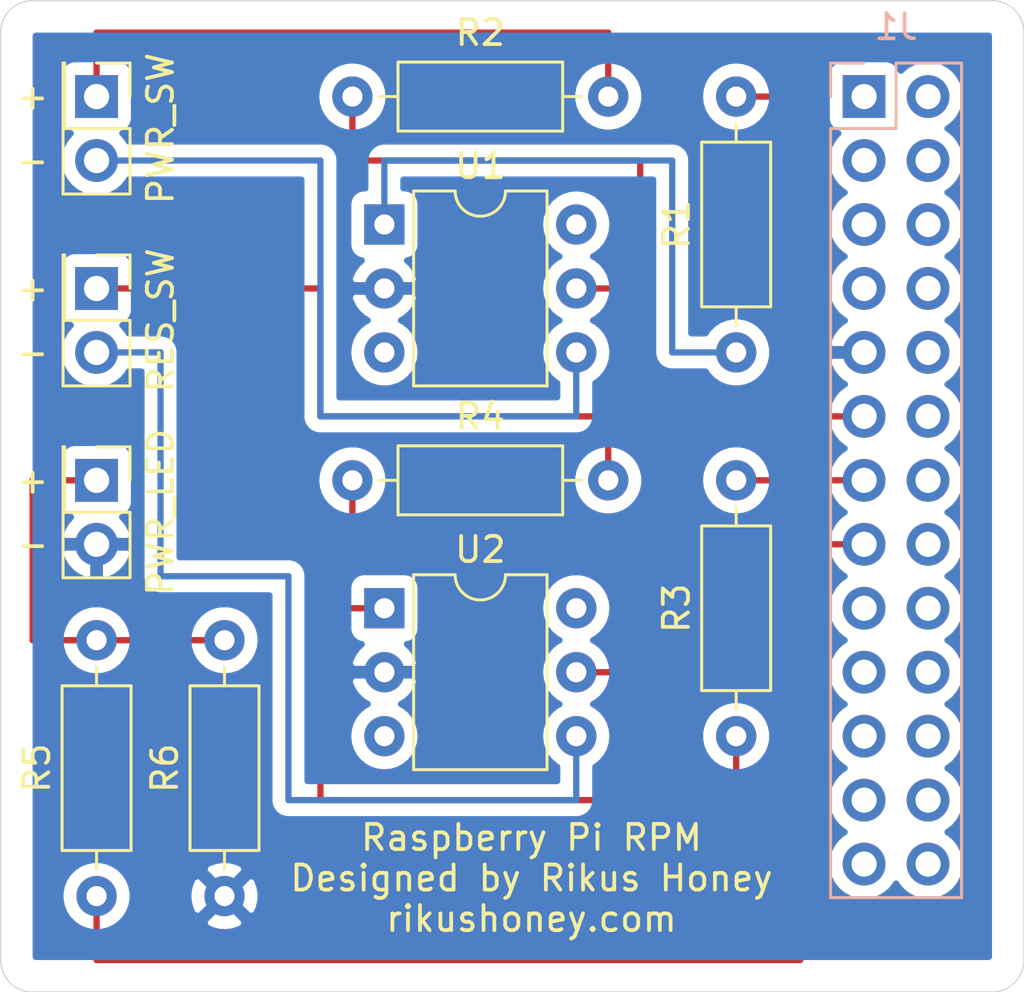
<source format=kicad_pcb>
(kicad_pcb (version 20171130) (host pcbnew "(5.1.4)-1")

  (general
    (thickness 1.6)
    (drawings 18)
    (tracks 45)
    (zones 0)
    (modules 12)
    (nets 40)
  )

  (page A4)
  (layers
    (0 F.Cu signal)
    (31 B.Cu signal)
    (32 B.Adhes user)
    (33 F.Adhes user)
    (34 B.Paste user)
    (35 F.Paste user)
    (36 B.SilkS user)
    (37 F.SilkS user)
    (38 B.Mask user)
    (39 F.Mask user)
    (40 Dwgs.User user)
    (41 Cmts.User user)
    (42 Eco1.User user)
    (43 Eco2.User user)
    (44 Edge.Cuts user)
    (45 Margin user)
    (46 B.CrtYd user)
    (47 F.CrtYd user)
    (48 B.Fab user hide)
    (49 F.Fab user hide)
  )

  (setup
    (last_trace_width 0.25)
    (trace_clearance 0.2)
    (zone_clearance 0.508)
    (zone_45_only no)
    (trace_min 0.2)
    (via_size 0.8)
    (via_drill 0.4)
    (via_min_size 0.4)
    (via_min_drill 0.3)
    (uvia_size 0.3)
    (uvia_drill 0.1)
    (uvias_allowed no)
    (uvia_min_size 0.2)
    (uvia_min_drill 0.1)
    (edge_width 0.05)
    (segment_width 0.2)
    (pcb_text_width 0.3)
    (pcb_text_size 1.5 1.5)
    (mod_edge_width 0.12)
    (mod_text_size 1 1)
    (mod_text_width 0.15)
    (pad_size 1.524 1.524)
    (pad_drill 0.762)
    (pad_to_mask_clearance 0.051)
    (solder_mask_min_width 0.25)
    (aux_axis_origin 0 0)
    (visible_elements 7FFFFFFF)
    (pcbplotparams
      (layerselection 0x010f0_ffffffff)
      (usegerberextensions false)
      (usegerberattributes false)
      (usegerberadvancedattributes false)
      (creategerberjobfile false)
      (excludeedgelayer true)
      (linewidth 0.150000)
      (plotframeref false)
      (viasonmask false)
      (mode 1)
      (useauxorigin true)
      (hpglpennumber 1)
      (hpglpenspeed 20)
      (hpglpendiameter 15.000000)
      (psnegative false)
      (psa4output false)
      (plotreference true)
      (plotvalue true)
      (plotinvisibletext false)
      (padsonsilk false)
      (subtractmaskfromsilk false)
      (outputformat 1)
      (mirror false)
      (drillshape 0)
      (scaleselection 1)
      (outputdirectory "../../gerbers/"))
  )

  (net 0 "")
  (net 1 "Net-(J1-Pad1)")
  (net 2 "Net-(J1-Pad2)")
  (net 3 "Net-(J1-Pad3)")
  (net 4 "Net-(J1-Pad4)")
  (net 5 "Net-(J1-Pad5)")
  (net 6 "Net-(J1-Pad6)")
  (net 7 "Net-(J1-Pad7)")
  (net 8 "Net-(J1-Pad8)")
  (net 9 GND)
  (net 10 "Net-(J1-Pad10)")
  (net 11 PWR_SW)
  (net 12 "Net-(J1-Pad12)")
  (net 13 RES_SW)
  (net 14 "Net-(J1-Pad14)")
  (net 15 PWR_LED)
  (net 16 "Net-(J1-Pad16)")
  (net 17 "Net-(J1-Pad17)")
  (net 18 "Net-(J1-Pad18)")
  (net 19 "Net-(J1-Pad19)")
  (net 20 "Net-(J1-Pad20)")
  (net 21 "Net-(J1-Pad21)")
  (net 22 "Net-(J1-Pad22)")
  (net 23 "Net-(J1-Pad23)")
  (net 24 "Net-(J1-Pad24)")
  (net 25 "Net-(J1-Pad25)")
  (net 26 "Net-(J1-Pad26)")
  (net 27 "Net-(J2-Pad1)")
  (net 28 "Net-(J2-Pad2)")
  (net 29 "Net-(J3-Pad2)")
  (net 30 "Net-(J3-Pad1)")
  (net 31 "Net-(J4-Pad1)")
  (net 32 "Net-(R1-Pad1)")
  (net 33 "Net-(R2-Pad2)")
  (net 34 "Net-(R3-Pad1)")
  (net 35 "Net-(R4-Pad2)")
  (net 36 "Net-(U1-Pad3)")
  (net 37 "Net-(U1-Pad6)")
  (net 38 "Net-(U2-Pad6)")
  (net 39 "Net-(U2-Pad3)")

  (net_class Default "This is the default net class."
    (clearance 0.2)
    (trace_width 0.25)
    (via_dia 0.8)
    (via_drill 0.4)
    (uvia_dia 0.3)
    (uvia_drill 0.1)
    (add_net GND)
    (add_net "Net-(J1-Pad1)")
    (add_net "Net-(J1-Pad10)")
    (add_net "Net-(J1-Pad12)")
    (add_net "Net-(J1-Pad14)")
    (add_net "Net-(J1-Pad16)")
    (add_net "Net-(J1-Pad17)")
    (add_net "Net-(J1-Pad18)")
    (add_net "Net-(J1-Pad19)")
    (add_net "Net-(J1-Pad2)")
    (add_net "Net-(J1-Pad20)")
    (add_net "Net-(J1-Pad21)")
    (add_net "Net-(J1-Pad22)")
    (add_net "Net-(J1-Pad23)")
    (add_net "Net-(J1-Pad24)")
    (add_net "Net-(J1-Pad25)")
    (add_net "Net-(J1-Pad26)")
    (add_net "Net-(J1-Pad3)")
    (add_net "Net-(J1-Pad4)")
    (add_net "Net-(J1-Pad5)")
    (add_net "Net-(J1-Pad6)")
    (add_net "Net-(J1-Pad7)")
    (add_net "Net-(J1-Pad8)")
    (add_net "Net-(J2-Pad1)")
    (add_net "Net-(J2-Pad2)")
    (add_net "Net-(J3-Pad1)")
    (add_net "Net-(J3-Pad2)")
    (add_net "Net-(J4-Pad1)")
    (add_net "Net-(R1-Pad1)")
    (add_net "Net-(R2-Pad2)")
    (add_net "Net-(R3-Pad1)")
    (add_net "Net-(R4-Pad2)")
    (add_net "Net-(U1-Pad3)")
    (add_net "Net-(U1-Pad6)")
    (add_net "Net-(U2-Pad3)")
    (add_net "Net-(U2-Pad6)")
    (add_net PWR_LED)
    (add_net PWR_SW)
    (add_net RES_SW)
  )

  (module Connector_PinHeader_2.54mm:PinHeader_2x01_P2.54mm_Vertical (layer F.Cu) (tedit 59FED5CC) (tstamp 5DAFCA23)
    (at 137.16 82.55 270)
    (descr "Through hole straight pin header, 2x01, 2.54mm pitch, double rows")
    (tags "Through hole pin header THT 2x01 2.54mm double row")
    (path /5DB11132)
    (fp_text reference J4 (at 1.27 -2.33 90) (layer F.SilkS) hide
      (effects (font (size 1 1) (thickness 0.15)))
    )
    (fp_text value PWR_LED_CONN (at 1.27 2.33 90) (layer F.Fab)
      (effects (font (size 1 1) (thickness 0.15)))
    )
    (fp_text user %R (at 1.27 0) (layer F.Fab)
      (effects (font (size 1 1) (thickness 0.15)))
    )
    (fp_line (start 4.35 -1.8) (end -1.8 -1.8) (layer F.CrtYd) (width 0.05))
    (fp_line (start 4.35 1.8) (end 4.35 -1.8) (layer F.CrtYd) (width 0.05))
    (fp_line (start -1.8 1.8) (end 4.35 1.8) (layer F.CrtYd) (width 0.05))
    (fp_line (start -1.8 -1.8) (end -1.8 1.8) (layer F.CrtYd) (width 0.05))
    (fp_line (start -1.33 -1.33) (end 0 -1.33) (layer F.SilkS) (width 0.12))
    (fp_line (start -1.33 0) (end -1.33 -1.33) (layer F.SilkS) (width 0.12))
    (fp_line (start 1.27 -1.33) (end 3.87 -1.33) (layer F.SilkS) (width 0.12))
    (fp_line (start 1.27 1.27) (end 1.27 -1.33) (layer F.SilkS) (width 0.12))
    (fp_line (start -1.33 1.27) (end 1.27 1.27) (layer F.SilkS) (width 0.12))
    (fp_line (start 3.87 -1.33) (end 3.87 1.33) (layer F.SilkS) (width 0.12))
    (fp_line (start -1.33 1.27) (end -1.33 1.33) (layer F.SilkS) (width 0.12))
    (fp_line (start -1.33 1.33) (end 3.87 1.33) (layer F.SilkS) (width 0.12))
    (fp_line (start -1.27 0) (end 0 -1.27) (layer F.Fab) (width 0.1))
    (fp_line (start -1.27 1.27) (end -1.27 0) (layer F.Fab) (width 0.1))
    (fp_line (start 3.81 1.27) (end -1.27 1.27) (layer F.Fab) (width 0.1))
    (fp_line (start 3.81 -1.27) (end 3.81 1.27) (layer F.Fab) (width 0.1))
    (fp_line (start 0 -1.27) (end 3.81 -1.27) (layer F.Fab) (width 0.1))
    (pad 2 thru_hole oval (at 2.54 0 270) (size 1.7 1.7) (drill 1) (layers *.Cu *.Mask)
      (net 9 GND))
    (pad 1 thru_hole rect (at 0 0 270) (size 1.7 1.7) (drill 1) (layers *.Cu *.Mask)
      (net 31 "Net-(J4-Pad1)"))
    (model ${KISYS3DMOD}/Connector_PinHeader_2.54mm.3dshapes/PinHeader_2x01_P2.54mm_Vertical.wrl
      (at (xyz 0 0 0))
      (scale (xyz 1 1 1))
      (rotate (xyz 0 0 0))
    )
  )

  (module Connector_PinHeader_2.54mm:PinHeader_2x01_P2.54mm_Vertical (layer F.Cu) (tedit 59FED5CC) (tstamp 5DAFCA0B)
    (at 137.16 74.93 270)
    (descr "Through hole straight pin header, 2x01, 2.54mm pitch, double rows")
    (tags "Through hole pin header THT 2x01 2.54mm double row")
    (path /5DB1090C)
    (fp_text reference J3 (at 1.27 -2.33 90) (layer F.SilkS) hide
      (effects (font (size 1 1) (thickness 0.15)))
    )
    (fp_text value RES_SW_CONN (at 1.27 2.33 90) (layer F.Fab)
      (effects (font (size 1 1) (thickness 0.15)))
    )
    (fp_text user %R (at 1.27 0) (layer F.Fab)
      (effects (font (size 1 1) (thickness 0.15)))
    )
    (fp_line (start 4.35 -1.8) (end -1.8 -1.8) (layer F.CrtYd) (width 0.05))
    (fp_line (start 4.35 1.8) (end 4.35 -1.8) (layer F.CrtYd) (width 0.05))
    (fp_line (start -1.8 1.8) (end 4.35 1.8) (layer F.CrtYd) (width 0.05))
    (fp_line (start -1.8 -1.8) (end -1.8 1.8) (layer F.CrtYd) (width 0.05))
    (fp_line (start -1.33 -1.33) (end 0 -1.33) (layer F.SilkS) (width 0.12))
    (fp_line (start -1.33 0) (end -1.33 -1.33) (layer F.SilkS) (width 0.12))
    (fp_line (start 1.27 -1.33) (end 3.87 -1.33) (layer F.SilkS) (width 0.12))
    (fp_line (start 1.27 1.27) (end 1.27 -1.33) (layer F.SilkS) (width 0.12))
    (fp_line (start -1.33 1.27) (end 1.27 1.27) (layer F.SilkS) (width 0.12))
    (fp_line (start 3.87 -1.33) (end 3.87 1.33) (layer F.SilkS) (width 0.12))
    (fp_line (start -1.33 1.27) (end -1.33 1.33) (layer F.SilkS) (width 0.12))
    (fp_line (start -1.33 1.33) (end 3.87 1.33) (layer F.SilkS) (width 0.12))
    (fp_line (start -1.27 0) (end 0 -1.27) (layer F.Fab) (width 0.1))
    (fp_line (start -1.27 1.27) (end -1.27 0) (layer F.Fab) (width 0.1))
    (fp_line (start 3.81 1.27) (end -1.27 1.27) (layer F.Fab) (width 0.1))
    (fp_line (start 3.81 -1.27) (end 3.81 1.27) (layer F.Fab) (width 0.1))
    (fp_line (start 0 -1.27) (end 3.81 -1.27) (layer F.Fab) (width 0.1))
    (pad 2 thru_hole oval (at 2.54 0 270) (size 1.7 1.7) (drill 1) (layers *.Cu *.Mask)
      (net 29 "Net-(J3-Pad2)"))
    (pad 1 thru_hole rect (at 0 0 270) (size 1.7 1.7) (drill 1) (layers *.Cu *.Mask)
      (net 30 "Net-(J3-Pad1)"))
    (model ${KISYS3DMOD}/Connector_PinHeader_2.54mm.3dshapes/PinHeader_2x01_P2.54mm_Vertical.wrl
      (at (xyz 0 0 0))
      (scale (xyz 1 1 1))
      (rotate (xyz 0 0 0))
    )
  )

  (module Connector_PinHeader_2.54mm:PinHeader_2x01_P2.54mm_Vertical (layer F.Cu) (tedit 59FED5CC) (tstamp 5DAFCF7A)
    (at 137.16 67.31 270)
    (descr "Through hole straight pin header, 2x01, 2.54mm pitch, double rows")
    (tags "Through hole pin header THT 2x01 2.54mm double row")
    (path /5DB0F773)
    (fp_text reference J2 (at 1.27 -2.33 90) (layer F.SilkS) hide
      (effects (font (size 1 1) (thickness 0.15)))
    )
    (fp_text value PWR_SW_CONN (at 1.27 2.33 90) (layer F.Fab)
      (effects (font (size 1 1) (thickness 0.15)))
    )
    (fp_text user %R (at 1.27 0) (layer F.Fab)
      (effects (font (size 1 1) (thickness 0.15)))
    )
    (fp_line (start 4.35 -1.8) (end -1.8 -1.8) (layer F.CrtYd) (width 0.05))
    (fp_line (start 4.35 1.8) (end 4.35 -1.8) (layer F.CrtYd) (width 0.05))
    (fp_line (start -1.8 1.8) (end 4.35 1.8) (layer F.CrtYd) (width 0.05))
    (fp_line (start -1.8 -1.8) (end -1.8 1.8) (layer F.CrtYd) (width 0.05))
    (fp_line (start -1.33 -1.33) (end 0 -1.33) (layer F.SilkS) (width 0.12))
    (fp_line (start -1.33 0) (end -1.33 -1.33) (layer F.SilkS) (width 0.12))
    (fp_line (start 1.27 -1.33) (end 3.87 -1.33) (layer F.SilkS) (width 0.12))
    (fp_line (start 1.27 1.27) (end 1.27 -1.33) (layer F.SilkS) (width 0.12))
    (fp_line (start -1.33 1.27) (end 1.27 1.27) (layer F.SilkS) (width 0.12))
    (fp_line (start 3.87 -1.33) (end 3.87 1.33) (layer F.SilkS) (width 0.12))
    (fp_line (start -1.33 1.27) (end -1.33 1.33) (layer F.SilkS) (width 0.12))
    (fp_line (start -1.33 1.33) (end 3.87 1.33) (layer F.SilkS) (width 0.12))
    (fp_line (start -1.27 0) (end 0 -1.27) (layer F.Fab) (width 0.1))
    (fp_line (start -1.27 1.27) (end -1.27 0) (layer F.Fab) (width 0.1))
    (fp_line (start 3.81 1.27) (end -1.27 1.27) (layer F.Fab) (width 0.1))
    (fp_line (start 3.81 -1.27) (end 3.81 1.27) (layer F.Fab) (width 0.1))
    (fp_line (start 0 -1.27) (end 3.81 -1.27) (layer F.Fab) (width 0.1))
    (pad 2 thru_hole oval (at 2.54 0 270) (size 1.7 1.7) (drill 1) (layers *.Cu *.Mask)
      (net 28 "Net-(J2-Pad2)"))
    (pad 1 thru_hole rect (at 0 0 270) (size 1.7 1.7) (drill 1) (layers *.Cu *.Mask)
      (net 27 "Net-(J2-Pad1)"))
    (model ${KISYS3DMOD}/Connector_PinHeader_2.54mm.3dshapes/PinHeader_2x01_P2.54mm_Vertical.wrl
      (at (xyz 0 0 0))
      (scale (xyz 1 1 1))
      (rotate (xyz 0 0 0))
    )
  )

  (module Connector_PinSocket_2.54mm:PinSocket_2x13_P2.54mm_Vertical (layer B.Cu) (tedit 5A19A430) (tstamp 5DAFC9DB)
    (at 167.64 67.31 180)
    (descr "Through hole straight socket strip, 2x13, 2.54mm pitch, double cols (from Kicad 4.0.7), script generated")
    (tags "Through hole socket strip THT 2x13 2.54mm double row")
    (path /5DAF62B8)
    (fp_text reference J1 (at -1.27 2.77) (layer B.SilkS)
      (effects (font (size 1 1) (thickness 0.15)) (justify mirror))
    )
    (fp_text value "Raspberry Pi Pins" (at -1.27 -33.25) (layer B.Fab)
      (effects (font (size 1 1) (thickness 0.15)) (justify mirror))
    )
    (fp_line (start -3.81 1.27) (end 0.27 1.27) (layer B.Fab) (width 0.1))
    (fp_line (start 0.27 1.27) (end 1.27 0.27) (layer B.Fab) (width 0.1))
    (fp_line (start 1.27 0.27) (end 1.27 -31.75) (layer B.Fab) (width 0.1))
    (fp_line (start 1.27 -31.75) (end -3.81 -31.75) (layer B.Fab) (width 0.1))
    (fp_line (start -3.81 -31.75) (end -3.81 1.27) (layer B.Fab) (width 0.1))
    (fp_line (start -3.87 1.33) (end -1.27 1.33) (layer B.SilkS) (width 0.12))
    (fp_line (start -3.87 1.33) (end -3.87 -31.81) (layer B.SilkS) (width 0.12))
    (fp_line (start -3.87 -31.81) (end 1.33 -31.81) (layer B.SilkS) (width 0.12))
    (fp_line (start 1.33 -1.27) (end 1.33 -31.81) (layer B.SilkS) (width 0.12))
    (fp_line (start -1.27 -1.27) (end 1.33 -1.27) (layer B.SilkS) (width 0.12))
    (fp_line (start -1.27 1.33) (end -1.27 -1.27) (layer B.SilkS) (width 0.12))
    (fp_line (start 1.33 1.33) (end 1.33 0) (layer B.SilkS) (width 0.12))
    (fp_line (start 0 1.33) (end 1.33 1.33) (layer B.SilkS) (width 0.12))
    (fp_line (start -4.34 1.8) (end 1.76 1.8) (layer B.CrtYd) (width 0.05))
    (fp_line (start 1.76 1.8) (end 1.76 -32.25) (layer B.CrtYd) (width 0.05))
    (fp_line (start 1.76 -32.25) (end -4.34 -32.25) (layer B.CrtYd) (width 0.05))
    (fp_line (start -4.34 -32.25) (end -4.34 1.8) (layer B.CrtYd) (width 0.05))
    (fp_text user %R (at -1.27 -15.24 270) (layer B.Fab)
      (effects (font (size 1 1) (thickness 0.15)) (justify mirror))
    )
    (pad 1 thru_hole rect (at 0 0 180) (size 1.7 1.7) (drill 1) (layers *.Cu *.Mask)
      (net 1 "Net-(J1-Pad1)"))
    (pad 2 thru_hole oval (at -2.54 0 180) (size 1.7 1.7) (drill 1) (layers *.Cu *.Mask)
      (net 2 "Net-(J1-Pad2)"))
    (pad 3 thru_hole oval (at 0 -2.54 180) (size 1.7 1.7) (drill 1) (layers *.Cu *.Mask)
      (net 3 "Net-(J1-Pad3)"))
    (pad 4 thru_hole oval (at -2.54 -2.54 180) (size 1.7 1.7) (drill 1) (layers *.Cu *.Mask)
      (net 4 "Net-(J1-Pad4)"))
    (pad 5 thru_hole oval (at 0 -5.08 180) (size 1.7 1.7) (drill 1) (layers *.Cu *.Mask)
      (net 5 "Net-(J1-Pad5)"))
    (pad 6 thru_hole oval (at -2.54 -5.08 180) (size 1.7 1.7) (drill 1) (layers *.Cu *.Mask)
      (net 6 "Net-(J1-Pad6)"))
    (pad 7 thru_hole oval (at 0 -7.62 180) (size 1.7 1.7) (drill 1) (layers *.Cu *.Mask)
      (net 7 "Net-(J1-Pad7)"))
    (pad 8 thru_hole oval (at -2.54 -7.62 180) (size 1.7 1.7) (drill 1) (layers *.Cu *.Mask)
      (net 8 "Net-(J1-Pad8)"))
    (pad 9 thru_hole oval (at 0 -10.16 180) (size 1.7 1.7) (drill 1) (layers *.Cu *.Mask)
      (net 9 GND))
    (pad 10 thru_hole oval (at -2.54 -10.16 180) (size 1.7 1.7) (drill 1) (layers *.Cu *.Mask)
      (net 10 "Net-(J1-Pad10)"))
    (pad 11 thru_hole oval (at 0 -12.7 180) (size 1.7 1.7) (drill 1) (layers *.Cu *.Mask)
      (net 11 PWR_SW))
    (pad 12 thru_hole oval (at -2.54 -12.7 180) (size 1.7 1.7) (drill 1) (layers *.Cu *.Mask)
      (net 12 "Net-(J1-Pad12)"))
    (pad 13 thru_hole oval (at 0 -15.24 180) (size 1.7 1.7) (drill 1) (layers *.Cu *.Mask)
      (net 13 RES_SW))
    (pad 14 thru_hole oval (at -2.54 -15.24 180) (size 1.7 1.7) (drill 1) (layers *.Cu *.Mask)
      (net 14 "Net-(J1-Pad14)"))
    (pad 15 thru_hole oval (at 0 -17.78 180) (size 1.7 1.7) (drill 1) (layers *.Cu *.Mask)
      (net 15 PWR_LED))
    (pad 16 thru_hole oval (at -2.54 -17.78 180) (size 1.7 1.7) (drill 1) (layers *.Cu *.Mask)
      (net 16 "Net-(J1-Pad16)"))
    (pad 17 thru_hole oval (at 0 -20.32 180) (size 1.7 1.7) (drill 1) (layers *.Cu *.Mask)
      (net 17 "Net-(J1-Pad17)"))
    (pad 18 thru_hole oval (at -2.54 -20.32 180) (size 1.7 1.7) (drill 1) (layers *.Cu *.Mask)
      (net 18 "Net-(J1-Pad18)"))
    (pad 19 thru_hole oval (at 0 -22.86 180) (size 1.7 1.7) (drill 1) (layers *.Cu *.Mask)
      (net 19 "Net-(J1-Pad19)"))
    (pad 20 thru_hole oval (at -2.54 -22.86 180) (size 1.7 1.7) (drill 1) (layers *.Cu *.Mask)
      (net 20 "Net-(J1-Pad20)"))
    (pad 21 thru_hole oval (at 0 -25.4 180) (size 1.7 1.7) (drill 1) (layers *.Cu *.Mask)
      (net 21 "Net-(J1-Pad21)"))
    (pad 22 thru_hole oval (at -2.54 -25.4 180) (size 1.7 1.7) (drill 1) (layers *.Cu *.Mask)
      (net 22 "Net-(J1-Pad22)"))
    (pad 23 thru_hole oval (at 0 -27.94 180) (size 1.7 1.7) (drill 1) (layers *.Cu *.Mask)
      (net 23 "Net-(J1-Pad23)"))
    (pad 24 thru_hole oval (at -2.54 -27.94 180) (size 1.7 1.7) (drill 1) (layers *.Cu *.Mask)
      (net 24 "Net-(J1-Pad24)"))
    (pad 25 thru_hole oval (at 0 -30.48 180) (size 1.7 1.7) (drill 1) (layers *.Cu *.Mask)
      (net 25 "Net-(J1-Pad25)"))
    (pad 26 thru_hole oval (at -2.54 -30.48 180) (size 1.7 1.7) (drill 1) (layers *.Cu *.Mask)
      (net 26 "Net-(J1-Pad26)"))
    (model ${KISYS3DMOD}/Connector_PinSocket_2.54mm.3dshapes/PinSocket_2x13_P2.54mm_Vertical.wrl
      (at (xyz 0 0 0))
      (scale (xyz 1 1 1))
      (rotate (xyz 0 0 0))
    )
  )

  (module Resistor_THT:R_Axial_DIN0207_L6.3mm_D2.5mm_P10.16mm_Horizontal (layer F.Cu) (tedit 5AE5139B) (tstamp 5DAFCA3A)
    (at 162.56 77.47 90)
    (descr "Resistor, Axial_DIN0207 series, Axial, Horizontal, pin pitch=10.16mm, 0.25W = 1/4W, length*diameter=6.3*2.5mm^2, http://cdn-reichelt.de/documents/datenblatt/B400/1_4W%23YAG.pdf")
    (tags "Resistor Axial_DIN0207 series Axial Horizontal pin pitch 10.16mm 0.25W = 1/4W length 6.3mm diameter 2.5mm")
    (path /5DB0990B)
    (fp_text reference R1 (at 5.08 -2.37 90) (layer F.SilkS)
      (effects (font (size 1 1) (thickness 0.15)))
    )
    (fp_text value 330R (at 5.08 2.37 90) (layer F.Fab)
      (effects (font (size 1 1) (thickness 0.15)))
    )
    (fp_line (start 1.93 -1.25) (end 1.93 1.25) (layer F.Fab) (width 0.1))
    (fp_line (start 1.93 1.25) (end 8.23 1.25) (layer F.Fab) (width 0.1))
    (fp_line (start 8.23 1.25) (end 8.23 -1.25) (layer F.Fab) (width 0.1))
    (fp_line (start 8.23 -1.25) (end 1.93 -1.25) (layer F.Fab) (width 0.1))
    (fp_line (start 0 0) (end 1.93 0) (layer F.Fab) (width 0.1))
    (fp_line (start 10.16 0) (end 8.23 0) (layer F.Fab) (width 0.1))
    (fp_line (start 1.81 -1.37) (end 1.81 1.37) (layer F.SilkS) (width 0.12))
    (fp_line (start 1.81 1.37) (end 8.35 1.37) (layer F.SilkS) (width 0.12))
    (fp_line (start 8.35 1.37) (end 8.35 -1.37) (layer F.SilkS) (width 0.12))
    (fp_line (start 8.35 -1.37) (end 1.81 -1.37) (layer F.SilkS) (width 0.12))
    (fp_line (start 1.04 0) (end 1.81 0) (layer F.SilkS) (width 0.12))
    (fp_line (start 9.12 0) (end 8.35 0) (layer F.SilkS) (width 0.12))
    (fp_line (start -1.05 -1.5) (end -1.05 1.5) (layer F.CrtYd) (width 0.05))
    (fp_line (start -1.05 1.5) (end 11.21 1.5) (layer F.CrtYd) (width 0.05))
    (fp_line (start 11.21 1.5) (end 11.21 -1.5) (layer F.CrtYd) (width 0.05))
    (fp_line (start 11.21 -1.5) (end -1.05 -1.5) (layer F.CrtYd) (width 0.05))
    (fp_text user %R (at 5.08 0 90) (layer F.Fab)
      (effects (font (size 1 1) (thickness 0.15)))
    )
    (pad 1 thru_hole circle (at 0 0 90) (size 1.6 1.6) (drill 0.8) (layers *.Cu *.Mask)
      (net 32 "Net-(R1-Pad1)"))
    (pad 2 thru_hole oval (at 10.16 0 90) (size 1.6 1.6) (drill 0.8) (layers *.Cu *.Mask)
      (net 11 PWR_SW))
    (model ${KISYS3DMOD}/Resistor_THT.3dshapes/R_Axial_DIN0207_L6.3mm_D2.5mm_P10.16mm_Horizontal.wrl
      (at (xyz 0 0 0))
      (scale (xyz 1 1 1))
      (rotate (xyz 0 0 0))
    )
  )

  (module Resistor_THT:R_Axial_DIN0207_L6.3mm_D2.5mm_P10.16mm_Horizontal (layer F.Cu) (tedit 5AE5139B) (tstamp 5DAFCA51)
    (at 157.48 67.31 180)
    (descr "Resistor, Axial_DIN0207 series, Axial, Horizontal, pin pitch=10.16mm, 0.25W = 1/4W, length*diameter=6.3*2.5mm^2, http://cdn-reichelt.de/documents/datenblatt/B400/1_4W%23YAG.pdf")
    (tags "Resistor Axial_DIN0207 series Axial Horizontal pin pitch 10.16mm 0.25W = 1/4W length 6.3mm diameter 2.5mm")
    (path /5DB1AEE0)
    (fp_text reference R2 (at 5.08 2.54) (layer F.SilkS)
      (effects (font (size 1 1) (thickness 0.15)))
    )
    (fp_text value 100R (at 5.08 2.37) (layer F.Fab)
      (effects (font (size 1 1) (thickness 0.15)))
    )
    (fp_line (start 1.93 -1.25) (end 1.93 1.25) (layer F.Fab) (width 0.1))
    (fp_line (start 1.93 1.25) (end 8.23 1.25) (layer F.Fab) (width 0.1))
    (fp_line (start 8.23 1.25) (end 8.23 -1.25) (layer F.Fab) (width 0.1))
    (fp_line (start 8.23 -1.25) (end 1.93 -1.25) (layer F.Fab) (width 0.1))
    (fp_line (start 0 0) (end 1.93 0) (layer F.Fab) (width 0.1))
    (fp_line (start 10.16 0) (end 8.23 0) (layer F.Fab) (width 0.1))
    (fp_line (start 1.81 -1.37) (end 1.81 1.37) (layer F.SilkS) (width 0.12))
    (fp_line (start 1.81 1.37) (end 8.35 1.37) (layer F.SilkS) (width 0.12))
    (fp_line (start 8.35 1.37) (end 8.35 -1.37) (layer F.SilkS) (width 0.12))
    (fp_line (start 8.35 -1.37) (end 1.81 -1.37) (layer F.SilkS) (width 0.12))
    (fp_line (start 1.04 0) (end 1.81 0) (layer F.SilkS) (width 0.12))
    (fp_line (start 9.12 0) (end 8.35 0) (layer F.SilkS) (width 0.12))
    (fp_line (start -1.05 -1.5) (end -1.05 1.5) (layer F.CrtYd) (width 0.05))
    (fp_line (start -1.05 1.5) (end 11.21 1.5) (layer F.CrtYd) (width 0.05))
    (fp_line (start 11.21 1.5) (end 11.21 -1.5) (layer F.CrtYd) (width 0.05))
    (fp_line (start 11.21 -1.5) (end -1.05 -1.5) (layer F.CrtYd) (width 0.05))
    (fp_text user %R (at 5.08 0) (layer F.Fab)
      (effects (font (size 1 1) (thickness 0.15)))
    )
    (pad 1 thru_hole circle (at 0 0 180) (size 1.6 1.6) (drill 0.8) (layers *.Cu *.Mask)
      (net 27 "Net-(J2-Pad1)"))
    (pad 2 thru_hole oval (at 10.16 0 180) (size 1.6 1.6) (drill 0.8) (layers *.Cu *.Mask)
      (net 33 "Net-(R2-Pad2)"))
    (model ${KISYS3DMOD}/Resistor_THT.3dshapes/R_Axial_DIN0207_L6.3mm_D2.5mm_P10.16mm_Horizontal.wrl
      (at (xyz 0 0 0))
      (scale (xyz 1 1 1))
      (rotate (xyz 0 0 0))
    )
  )

  (module Resistor_THT:R_Axial_DIN0207_L6.3mm_D2.5mm_P10.16mm_Horizontal (layer F.Cu) (tedit 5AE5139B) (tstamp 5DAFCA68)
    (at 162.56 92.71 90)
    (descr "Resistor, Axial_DIN0207 series, Axial, Horizontal, pin pitch=10.16mm, 0.25W = 1/4W, length*diameter=6.3*2.5mm^2, http://cdn-reichelt.de/documents/datenblatt/B400/1_4W%23YAG.pdf")
    (tags "Resistor Axial_DIN0207 series Axial Horizontal pin pitch 10.16mm 0.25W = 1/4W length 6.3mm diameter 2.5mm")
    (path /5DB0C1CB)
    (fp_text reference R3 (at 5.08 -2.37 90) (layer F.SilkS)
      (effects (font (size 1 1) (thickness 0.15)))
    )
    (fp_text value 330R (at 5.08 2.37 90) (layer F.Fab)
      (effects (font (size 1 1) (thickness 0.15)))
    )
    (fp_text user %R (at 5.08 0 90) (layer F.Fab)
      (effects (font (size 1 1) (thickness 0.15)))
    )
    (fp_line (start 11.21 -1.5) (end -1.05 -1.5) (layer F.CrtYd) (width 0.05))
    (fp_line (start 11.21 1.5) (end 11.21 -1.5) (layer F.CrtYd) (width 0.05))
    (fp_line (start -1.05 1.5) (end 11.21 1.5) (layer F.CrtYd) (width 0.05))
    (fp_line (start -1.05 -1.5) (end -1.05 1.5) (layer F.CrtYd) (width 0.05))
    (fp_line (start 9.12 0) (end 8.35 0) (layer F.SilkS) (width 0.12))
    (fp_line (start 1.04 0) (end 1.81 0) (layer F.SilkS) (width 0.12))
    (fp_line (start 8.35 -1.37) (end 1.81 -1.37) (layer F.SilkS) (width 0.12))
    (fp_line (start 8.35 1.37) (end 8.35 -1.37) (layer F.SilkS) (width 0.12))
    (fp_line (start 1.81 1.37) (end 8.35 1.37) (layer F.SilkS) (width 0.12))
    (fp_line (start 1.81 -1.37) (end 1.81 1.37) (layer F.SilkS) (width 0.12))
    (fp_line (start 10.16 0) (end 8.23 0) (layer F.Fab) (width 0.1))
    (fp_line (start 0 0) (end 1.93 0) (layer F.Fab) (width 0.1))
    (fp_line (start 8.23 -1.25) (end 1.93 -1.25) (layer F.Fab) (width 0.1))
    (fp_line (start 8.23 1.25) (end 8.23 -1.25) (layer F.Fab) (width 0.1))
    (fp_line (start 1.93 1.25) (end 8.23 1.25) (layer F.Fab) (width 0.1))
    (fp_line (start 1.93 -1.25) (end 1.93 1.25) (layer F.Fab) (width 0.1))
    (pad 2 thru_hole oval (at 10.16 0 90) (size 1.6 1.6) (drill 0.8) (layers *.Cu *.Mask)
      (net 13 RES_SW))
    (pad 1 thru_hole circle (at 0 0 90) (size 1.6 1.6) (drill 0.8) (layers *.Cu *.Mask)
      (net 34 "Net-(R3-Pad1)"))
    (model ${KISYS3DMOD}/Resistor_THT.3dshapes/R_Axial_DIN0207_L6.3mm_D2.5mm_P10.16mm_Horizontal.wrl
      (at (xyz 0 0 0))
      (scale (xyz 1 1 1))
      (rotate (xyz 0 0 0))
    )
  )

  (module Resistor_THT:R_Axial_DIN0207_L6.3mm_D2.5mm_P10.16mm_Horizontal (layer F.Cu) (tedit 5AE5139B) (tstamp 5DAFCA7F)
    (at 157.48 82.55 180)
    (descr "Resistor, Axial_DIN0207 series, Axial, Horizontal, pin pitch=10.16mm, 0.25W = 1/4W, length*diameter=6.3*2.5mm^2, http://cdn-reichelt.de/documents/datenblatt/B400/1_4W%23YAG.pdf")
    (tags "Resistor Axial_DIN0207 series Axial Horizontal pin pitch 10.16mm 0.25W = 1/4W length 6.3mm diameter 2.5mm")
    (path /5DB1BC1D)
    (fp_text reference R4 (at 5.08 2.54) (layer F.SilkS)
      (effects (font (size 1 1) (thickness 0.15)))
    )
    (fp_text value 100R (at 5.08 2.37) (layer F.Fab)
      (effects (font (size 1 1) (thickness 0.15)))
    )
    (fp_text user %R (at 5.08 0) (layer F.Fab)
      (effects (font (size 1 1) (thickness 0.15)))
    )
    (fp_line (start 11.21 -1.5) (end -1.05 -1.5) (layer F.CrtYd) (width 0.05))
    (fp_line (start 11.21 1.5) (end 11.21 -1.5) (layer F.CrtYd) (width 0.05))
    (fp_line (start -1.05 1.5) (end 11.21 1.5) (layer F.CrtYd) (width 0.05))
    (fp_line (start -1.05 -1.5) (end -1.05 1.5) (layer F.CrtYd) (width 0.05))
    (fp_line (start 9.12 0) (end 8.35 0) (layer F.SilkS) (width 0.12))
    (fp_line (start 1.04 0) (end 1.81 0) (layer F.SilkS) (width 0.12))
    (fp_line (start 8.35 -1.37) (end 1.81 -1.37) (layer F.SilkS) (width 0.12))
    (fp_line (start 8.35 1.37) (end 8.35 -1.37) (layer F.SilkS) (width 0.12))
    (fp_line (start 1.81 1.37) (end 8.35 1.37) (layer F.SilkS) (width 0.12))
    (fp_line (start 1.81 -1.37) (end 1.81 1.37) (layer F.SilkS) (width 0.12))
    (fp_line (start 10.16 0) (end 8.23 0) (layer F.Fab) (width 0.1))
    (fp_line (start 0 0) (end 1.93 0) (layer F.Fab) (width 0.1))
    (fp_line (start 8.23 -1.25) (end 1.93 -1.25) (layer F.Fab) (width 0.1))
    (fp_line (start 8.23 1.25) (end 8.23 -1.25) (layer F.Fab) (width 0.1))
    (fp_line (start 1.93 1.25) (end 8.23 1.25) (layer F.Fab) (width 0.1))
    (fp_line (start 1.93 -1.25) (end 1.93 1.25) (layer F.Fab) (width 0.1))
    (pad 2 thru_hole oval (at 10.16 0 180) (size 1.6 1.6) (drill 0.8) (layers *.Cu *.Mask)
      (net 35 "Net-(R4-Pad2)"))
    (pad 1 thru_hole circle (at 0 0 180) (size 1.6 1.6) (drill 0.8) (layers *.Cu *.Mask)
      (net 30 "Net-(J3-Pad1)"))
    (model ${KISYS3DMOD}/Resistor_THT.3dshapes/R_Axial_DIN0207_L6.3mm_D2.5mm_P10.16mm_Horizontal.wrl
      (at (xyz 0 0 0))
      (scale (xyz 1 1 1))
      (rotate (xyz 0 0 0))
    )
  )

  (module Resistor_THT:R_Axial_DIN0207_L6.3mm_D2.5mm_P10.16mm_Horizontal (layer F.Cu) (tedit 5AE5139B) (tstamp 5DAFCA96)
    (at 137.16 99.06 90)
    (descr "Resistor, Axial_DIN0207 series, Axial, Horizontal, pin pitch=10.16mm, 0.25W = 1/4W, length*diameter=6.3*2.5mm^2, http://cdn-reichelt.de/documents/datenblatt/B400/1_4W%23YAG.pdf")
    (tags "Resistor Axial_DIN0207 series Axial Horizontal pin pitch 10.16mm 0.25W = 1/4W length 6.3mm diameter 2.5mm")
    (path /5DB0DBB8)
    (fp_text reference R5 (at 5.08 -2.37 90) (layer F.SilkS)
      (effects (font (size 1 1) (thickness 0.15)))
    )
    (fp_text value 18k (at 5.08 2.37 90) (layer F.Fab)
      (effects (font (size 1 1) (thickness 0.15)))
    )
    (fp_text user %R (at 5.08 0 90) (layer F.Fab)
      (effects (font (size 1 1) (thickness 0.15)))
    )
    (fp_line (start 11.21 -1.5) (end -1.05 -1.5) (layer F.CrtYd) (width 0.05))
    (fp_line (start 11.21 1.5) (end 11.21 -1.5) (layer F.CrtYd) (width 0.05))
    (fp_line (start -1.05 1.5) (end 11.21 1.5) (layer F.CrtYd) (width 0.05))
    (fp_line (start -1.05 -1.5) (end -1.05 1.5) (layer F.CrtYd) (width 0.05))
    (fp_line (start 9.12 0) (end 8.35 0) (layer F.SilkS) (width 0.12))
    (fp_line (start 1.04 0) (end 1.81 0) (layer F.SilkS) (width 0.12))
    (fp_line (start 8.35 -1.37) (end 1.81 -1.37) (layer F.SilkS) (width 0.12))
    (fp_line (start 8.35 1.37) (end 8.35 -1.37) (layer F.SilkS) (width 0.12))
    (fp_line (start 1.81 1.37) (end 8.35 1.37) (layer F.SilkS) (width 0.12))
    (fp_line (start 1.81 -1.37) (end 1.81 1.37) (layer F.SilkS) (width 0.12))
    (fp_line (start 10.16 0) (end 8.23 0) (layer F.Fab) (width 0.1))
    (fp_line (start 0 0) (end 1.93 0) (layer F.Fab) (width 0.1))
    (fp_line (start 8.23 -1.25) (end 1.93 -1.25) (layer F.Fab) (width 0.1))
    (fp_line (start 8.23 1.25) (end 8.23 -1.25) (layer F.Fab) (width 0.1))
    (fp_line (start 1.93 1.25) (end 8.23 1.25) (layer F.Fab) (width 0.1))
    (fp_line (start 1.93 -1.25) (end 1.93 1.25) (layer F.Fab) (width 0.1))
    (pad 2 thru_hole oval (at 10.16 0 90) (size 1.6 1.6) (drill 0.8) (layers *.Cu *.Mask)
      (net 31 "Net-(J4-Pad1)"))
    (pad 1 thru_hole circle (at 0 0 90) (size 1.6 1.6) (drill 0.8) (layers *.Cu *.Mask)
      (net 15 PWR_LED))
    (model ${KISYS3DMOD}/Resistor_THT.3dshapes/R_Axial_DIN0207_L6.3mm_D2.5mm_P10.16mm_Horizontal.wrl
      (at (xyz 0 0 0))
      (scale (xyz 1 1 1))
      (rotate (xyz 0 0 0))
    )
  )

  (module Resistor_THT:R_Axial_DIN0207_L6.3mm_D2.5mm_P10.16mm_Horizontal (layer F.Cu) (tedit 5AE5139B) (tstamp 5DAFCAAD)
    (at 142.24 99.06 90)
    (descr "Resistor, Axial_DIN0207 series, Axial, Horizontal, pin pitch=10.16mm, 0.25W = 1/4W, length*diameter=6.3*2.5mm^2, http://cdn-reichelt.de/documents/datenblatt/B400/1_4W%23YAG.pdf")
    (tags "Resistor Axial_DIN0207 series Axial Horizontal pin pitch 10.16mm 0.25W = 1/4W length 6.3mm diameter 2.5mm")
    (path /5DB34608)
    (fp_text reference R6 (at 5.08 -2.37 90) (layer F.SilkS)
      (effects (font (size 1 1) (thickness 0.15)))
    )
    (fp_text value 33k (at 5.08 2.37 90) (layer F.Fab)
      (effects (font (size 1 1) (thickness 0.15)))
    )
    (fp_line (start 1.93 -1.25) (end 1.93 1.25) (layer F.Fab) (width 0.1))
    (fp_line (start 1.93 1.25) (end 8.23 1.25) (layer F.Fab) (width 0.1))
    (fp_line (start 8.23 1.25) (end 8.23 -1.25) (layer F.Fab) (width 0.1))
    (fp_line (start 8.23 -1.25) (end 1.93 -1.25) (layer F.Fab) (width 0.1))
    (fp_line (start 0 0) (end 1.93 0) (layer F.Fab) (width 0.1))
    (fp_line (start 10.16 0) (end 8.23 0) (layer F.Fab) (width 0.1))
    (fp_line (start 1.81 -1.37) (end 1.81 1.37) (layer F.SilkS) (width 0.12))
    (fp_line (start 1.81 1.37) (end 8.35 1.37) (layer F.SilkS) (width 0.12))
    (fp_line (start 8.35 1.37) (end 8.35 -1.37) (layer F.SilkS) (width 0.12))
    (fp_line (start 8.35 -1.37) (end 1.81 -1.37) (layer F.SilkS) (width 0.12))
    (fp_line (start 1.04 0) (end 1.81 0) (layer F.SilkS) (width 0.12))
    (fp_line (start 9.12 0) (end 8.35 0) (layer F.SilkS) (width 0.12))
    (fp_line (start -1.05 -1.5) (end -1.05 1.5) (layer F.CrtYd) (width 0.05))
    (fp_line (start -1.05 1.5) (end 11.21 1.5) (layer F.CrtYd) (width 0.05))
    (fp_line (start 11.21 1.5) (end 11.21 -1.5) (layer F.CrtYd) (width 0.05))
    (fp_line (start 11.21 -1.5) (end -1.05 -1.5) (layer F.CrtYd) (width 0.05))
    (fp_text user %R (at 5.08 0 90) (layer F.Fab)
      (effects (font (size 1 1) (thickness 0.15)))
    )
    (pad 1 thru_hole circle (at 0 0 90) (size 1.6 1.6) (drill 0.8) (layers *.Cu *.Mask)
      (net 9 GND))
    (pad 2 thru_hole oval (at 10.16 0 90) (size 1.6 1.6) (drill 0.8) (layers *.Cu *.Mask)
      (net 31 "Net-(J4-Pad1)"))
    (model ${KISYS3DMOD}/Resistor_THT.3dshapes/R_Axial_DIN0207_L6.3mm_D2.5mm_P10.16mm_Horizontal.wrl
      (at (xyz 0 0 0))
      (scale (xyz 1 1 1))
      (rotate (xyz 0 0 0))
    )
  )

  (module Package_DIP:DIP-6_W7.62mm (layer F.Cu) (tedit 5A02E8C5) (tstamp 5DAFCAC7)
    (at 148.59 72.39)
    (descr "6-lead though-hole mounted DIP package, row spacing 7.62 mm (300 mils)")
    (tags "THT DIP DIL PDIP 2.54mm 7.62mm 300mil")
    (path /5DAF87AC)
    (fp_text reference U1 (at 3.81 -2.33) (layer F.SilkS)
      (effects (font (size 1 1) (thickness 0.15)))
    )
    (fp_text value 4N35 (at 3.81 7.41) (layer F.Fab)
      (effects (font (size 1 1) (thickness 0.15)))
    )
    (fp_arc (start 3.81 -1.33) (end 2.81 -1.33) (angle -180) (layer F.SilkS) (width 0.12))
    (fp_line (start 1.635 -1.27) (end 6.985 -1.27) (layer F.Fab) (width 0.1))
    (fp_line (start 6.985 -1.27) (end 6.985 6.35) (layer F.Fab) (width 0.1))
    (fp_line (start 6.985 6.35) (end 0.635 6.35) (layer F.Fab) (width 0.1))
    (fp_line (start 0.635 6.35) (end 0.635 -0.27) (layer F.Fab) (width 0.1))
    (fp_line (start 0.635 -0.27) (end 1.635 -1.27) (layer F.Fab) (width 0.1))
    (fp_line (start 2.81 -1.33) (end 1.16 -1.33) (layer F.SilkS) (width 0.12))
    (fp_line (start 1.16 -1.33) (end 1.16 6.41) (layer F.SilkS) (width 0.12))
    (fp_line (start 1.16 6.41) (end 6.46 6.41) (layer F.SilkS) (width 0.12))
    (fp_line (start 6.46 6.41) (end 6.46 -1.33) (layer F.SilkS) (width 0.12))
    (fp_line (start 6.46 -1.33) (end 4.81 -1.33) (layer F.SilkS) (width 0.12))
    (fp_line (start -1.1 -1.55) (end -1.1 6.6) (layer F.CrtYd) (width 0.05))
    (fp_line (start -1.1 6.6) (end 8.7 6.6) (layer F.CrtYd) (width 0.05))
    (fp_line (start 8.7 6.6) (end 8.7 -1.55) (layer F.CrtYd) (width 0.05))
    (fp_line (start 8.7 -1.55) (end -1.1 -1.55) (layer F.CrtYd) (width 0.05))
    (fp_text user %R (at 3.81 2.54) (layer F.Fab)
      (effects (font (size 1 1) (thickness 0.15)))
    )
    (pad 1 thru_hole rect (at 0 0) (size 1.6 1.6) (drill 0.8) (layers *.Cu *.Mask)
      (net 32 "Net-(R1-Pad1)"))
    (pad 4 thru_hole oval (at 7.62 5.08) (size 1.6 1.6) (drill 0.8) (layers *.Cu *.Mask)
      (net 28 "Net-(J2-Pad2)"))
    (pad 2 thru_hole oval (at 0 2.54) (size 1.6 1.6) (drill 0.8) (layers *.Cu *.Mask)
      (net 9 GND))
    (pad 5 thru_hole oval (at 7.62 2.54) (size 1.6 1.6) (drill 0.8) (layers *.Cu *.Mask)
      (net 33 "Net-(R2-Pad2)"))
    (pad 3 thru_hole oval (at 0 5.08) (size 1.6 1.6) (drill 0.8) (layers *.Cu *.Mask)
      (net 36 "Net-(U1-Pad3)"))
    (pad 6 thru_hole oval (at 7.62 0) (size 1.6 1.6) (drill 0.8) (layers *.Cu *.Mask)
      (net 37 "Net-(U1-Pad6)"))
    (model ${KISYS3DMOD}/Package_DIP.3dshapes/DIP-6_W7.62mm.wrl
      (at (xyz 0 0 0))
      (scale (xyz 1 1 1))
      (rotate (xyz 0 0 0))
    )
  )

  (module Package_DIP:DIP-6_W7.62mm (layer F.Cu) (tedit 5A02E8C5) (tstamp 5DAFCAE1)
    (at 148.59 87.63)
    (descr "6-lead though-hole mounted DIP package, row spacing 7.62 mm (300 mils)")
    (tags "THT DIP DIL PDIP 2.54mm 7.62mm 300mil")
    (path /5DAF9B30)
    (fp_text reference U2 (at 3.81 -2.33) (layer F.SilkS)
      (effects (font (size 1 1) (thickness 0.15)))
    )
    (fp_text value 4N35 (at 3.81 7.41) (layer F.Fab)
      (effects (font (size 1 1) (thickness 0.15)))
    )
    (fp_text user %R (at 3.81 2.54) (layer F.Fab)
      (effects (font (size 1 1) (thickness 0.15)))
    )
    (fp_line (start 8.7 -1.55) (end -1.1 -1.55) (layer F.CrtYd) (width 0.05))
    (fp_line (start 8.7 6.6) (end 8.7 -1.55) (layer F.CrtYd) (width 0.05))
    (fp_line (start -1.1 6.6) (end 8.7 6.6) (layer F.CrtYd) (width 0.05))
    (fp_line (start -1.1 -1.55) (end -1.1 6.6) (layer F.CrtYd) (width 0.05))
    (fp_line (start 6.46 -1.33) (end 4.81 -1.33) (layer F.SilkS) (width 0.12))
    (fp_line (start 6.46 6.41) (end 6.46 -1.33) (layer F.SilkS) (width 0.12))
    (fp_line (start 1.16 6.41) (end 6.46 6.41) (layer F.SilkS) (width 0.12))
    (fp_line (start 1.16 -1.33) (end 1.16 6.41) (layer F.SilkS) (width 0.12))
    (fp_line (start 2.81 -1.33) (end 1.16 -1.33) (layer F.SilkS) (width 0.12))
    (fp_line (start 0.635 -0.27) (end 1.635 -1.27) (layer F.Fab) (width 0.1))
    (fp_line (start 0.635 6.35) (end 0.635 -0.27) (layer F.Fab) (width 0.1))
    (fp_line (start 6.985 6.35) (end 0.635 6.35) (layer F.Fab) (width 0.1))
    (fp_line (start 6.985 -1.27) (end 6.985 6.35) (layer F.Fab) (width 0.1))
    (fp_line (start 1.635 -1.27) (end 6.985 -1.27) (layer F.Fab) (width 0.1))
    (fp_arc (start 3.81 -1.33) (end 2.81 -1.33) (angle -180) (layer F.SilkS) (width 0.12))
    (pad 6 thru_hole oval (at 7.62 0) (size 1.6 1.6) (drill 0.8) (layers *.Cu *.Mask)
      (net 38 "Net-(U2-Pad6)"))
    (pad 3 thru_hole oval (at 0 5.08) (size 1.6 1.6) (drill 0.8) (layers *.Cu *.Mask)
      (net 39 "Net-(U2-Pad3)"))
    (pad 5 thru_hole oval (at 7.62 2.54) (size 1.6 1.6) (drill 0.8) (layers *.Cu *.Mask)
      (net 35 "Net-(R4-Pad2)"))
    (pad 2 thru_hole oval (at 0 2.54) (size 1.6 1.6) (drill 0.8) (layers *.Cu *.Mask)
      (net 9 GND))
    (pad 4 thru_hole oval (at 7.62 5.08) (size 1.6 1.6) (drill 0.8) (layers *.Cu *.Mask)
      (net 29 "Net-(J3-Pad2)"))
    (pad 1 thru_hole rect (at 0 0) (size 1.6 1.6) (drill 0.8) (layers *.Cu *.Mask)
      (net 34 "Net-(R3-Pad1)"))
    (model ${KISYS3DMOD}/Package_DIP.3dshapes/DIP-6_W7.62mm.wrl
      (at (xyz 0 0 0))
      (scale (xyz 1 1 1))
      (rotate (xyz 0 0 0))
    )
  )

  (gr_text PWR_LED (at 139.7 83.82 90) (layer F.SilkS)
    (effects (font (size 1 1) (thickness 0.15)))
  )
  (gr_text RES_SW (at 139.7 76.2 90) (layer F.SilkS)
    (effects (font (size 1 1) (thickness 0.15)))
  )
  (gr_text PWR_SW (at 139.7 68.58 90) (layer F.SilkS)
    (effects (font (size 1 1) (thickness 0.15)))
  )
  (gr_text "Raspberry Pi RPM\nDesigned by Rikus Honey\nrikushoney.com" (at 154.432 98.3488) (layer F.SilkS)
    (effects (font (size 1 1) (thickness 0.15)))
  )
  (gr_text - (at 134.62 85.09) (layer F.SilkS) (tstamp 5DAFEEF8)
    (effects (font (size 1 1) (thickness 0.15)))
  )
  (gr_text + (at 134.62 82.55) (layer F.SilkS) (tstamp 5DAFEEF5)
    (effects (font (size 1 1) (thickness 0.15)))
  )
  (gr_text - (at 134.62 77.47) (layer F.SilkS) (tstamp 5DAFEEF2)
    (effects (font (size 1 1) (thickness 0.15)))
  )
  (gr_text + (at 134.62 74.93) (layer F.SilkS) (tstamp 5DAFEEEF)
    (effects (font (size 1 1) (thickness 0.15)))
  )
  (gr_text - (at 134.62 69.85) (layer F.SilkS)
    (effects (font (size 1 1) (thickness 0.15)))
  )
  (gr_text + (at 134.62 67.31) (layer F.SilkS)
    (effects (font (size 1 1) (thickness 0.15)))
  )
  (gr_arc (start 134.62 101.6) (end 133.35 101.6) (angle -90) (layer Edge.Cuts) (width 0.05))
  (gr_arc (start 172.72 101.6) (end 172.72 102.87) (angle -90) (layer Edge.Cuts) (width 0.05))
  (gr_arc (start 172.72 64.77) (end 173.99 64.77) (angle -90) (layer Edge.Cuts) (width 0.05))
  (gr_arc (start 134.62 64.77) (end 134.62 63.5) (angle -90) (layer Edge.Cuts) (width 0.05))
  (gr_line (start 133.35 101.6) (end 133.35 64.77) (layer Edge.Cuts) (width 0.05))
  (gr_line (start 172.72 102.87) (end 134.62 102.87) (layer Edge.Cuts) (width 0.05))
  (gr_line (start 173.99 64.77) (end 173.99 101.6) (layer Edge.Cuts) (width 0.05))
  (gr_line (start 134.62 63.5) (end 172.72 63.5) (layer Edge.Cuts) (width 0.05))

  (segment (start 162.56 67.31) (end 165.1 67.31) (width 0.25) (layer F.Cu) (net 11))
  (segment (start 165.1 67.31) (end 165.1 80.01) (width 0.25) (layer F.Cu) (net 11))
  (segment (start 165.1 80.01) (end 167.64 80.01) (width 0.25) (layer F.Cu) (net 11))
  (segment (start 162.56 82.55) (end 167.64 82.55) (width 0.25) (layer F.Cu) (net 13))
  (segment (start 137.16 99.06) (end 137.16 101.6) (width 0.25) (layer F.Cu) (net 15))
  (segment (start 137.16 101.6) (end 165.1 101.6) (width 0.25) (layer F.Cu) (net 15))
  (segment (start 165.1 101.6) (end 165.1 85.09) (width 0.25) (layer F.Cu) (net 15))
  (segment (start 165.1 85.09) (end 167.64 85.09) (width 0.25) (layer F.Cu) (net 15))
  (segment (start 137.16 67.31) (end 137.16 64.77) (width 0.25) (layer F.Cu) (net 27))
  (segment (start 137.16 64.77) (end 157.48 64.77) (width 0.25) (layer F.Cu) (net 27))
  (segment (start 157.48 64.77) (end 157.48 67.31) (width 0.25) (layer F.Cu) (net 27))
  (segment (start 137.16 69.85) (end 146.05 69.85) (width 0.25) (layer B.Cu) (net 28))
  (segment (start 146.05 69.85) (end 146.05 80.01) (width 0.25) (layer B.Cu) (net 28))
  (segment (start 146.05 80.01) (end 156.21 80.01) (width 0.25) (layer B.Cu) (net 28))
  (segment (start 156.21 80.01) (end 156.21 77.47) (width 0.25) (layer B.Cu) (net 28))
  (segment (start 137.16 77.47) (end 139.7 77.47) (width 0.25) (layer B.Cu) (net 29))
  (segment (start 139.7 77.47) (end 139.7 86.36) (width 0.25) (layer B.Cu) (net 29))
  (segment (start 139.7 86.36) (end 144.78 86.36) (width 0.25) (layer B.Cu) (net 29))
  (segment (start 144.78 86.36) (end 144.78 95.25) (width 0.25) (layer B.Cu) (net 29))
  (segment (start 144.78 95.25) (end 156.21 95.25) (width 0.25) (layer B.Cu) (net 29))
  (segment (start 156.21 95.25) (end 156.21 92.71) (width 0.25) (layer B.Cu) (net 29))
  (segment (start 137.16 74.93) (end 146.05 74.93) (width 0.25) (layer F.Cu) (net 30))
  (segment (start 146.05 74.93) (end 146.05 80.01) (width 0.25) (layer F.Cu) (net 30))
  (segment (start 146.05 80.01) (end 157.48 80.01) (width 0.25) (layer F.Cu) (net 30))
  (segment (start 157.48 80.01) (end 157.48 82.55) (width 0.25) (layer F.Cu) (net 30))
  (segment (start 142.24 88.9) (end 137.16 88.9) (width 0.25) (layer F.Cu) (net 31))
  (segment (start 137.16 88.9) (end 134.62 88.9) (width 0.25) (layer F.Cu) (net 31))
  (segment (start 134.62 88.9) (end 134.62 82.55) (width 0.25) (layer F.Cu) (net 31))
  (segment (start 134.62 82.55) (end 137.16 82.55) (width 0.25) (layer F.Cu) (net 31))
  (segment (start 148.59 72.39) (end 148.59 69.85) (width 0.25) (layer B.Cu) (net 32))
  (segment (start 148.59 69.85) (end 160.02 69.85) (width 0.25) (layer B.Cu) (net 32))
  (segment (start 160.02 69.85) (end 160.02 77.47) (width 0.25) (layer B.Cu) (net 32))
  (segment (start 160.02 77.47) (end 162.56 77.47) (width 0.25) (layer B.Cu) (net 32))
  (segment (start 147.32 67.31) (end 147.32 69.85) (width 0.25) (layer F.Cu) (net 33))
  (segment (start 147.32 69.85) (end 158.75 69.85) (width 0.25) (layer F.Cu) (net 33))
  (segment (start 158.75 69.85) (end 158.75 74.93) (width 0.25) (layer F.Cu) (net 33))
  (segment (start 158.75 74.93) (end 156.21 74.93) (width 0.25) (layer F.Cu) (net 33))
  (segment (start 148.59 87.63) (end 146.05 87.63) (width 0.25) (layer F.Cu) (net 34))
  (segment (start 146.05 87.63) (end 146.05 95.25) (width 0.25) (layer F.Cu) (net 34))
  (segment (start 146.05 95.25) (end 162.56 95.25) (width 0.25) (layer F.Cu) (net 34))
  (segment (start 162.56 95.25) (end 162.56 92.71) (width 0.25) (layer F.Cu) (net 34))
  (segment (start 147.32 82.55) (end 147.32 85.09) (width 0.25) (layer F.Cu) (net 35))
  (segment (start 147.32 85.09) (end 158.75 85.09) (width 0.25) (layer F.Cu) (net 35))
  (segment (start 158.75 85.09) (end 158.75 90.17) (width 0.25) (layer F.Cu) (net 35))
  (segment (start 158.75 90.17) (end 156.21 90.17) (width 0.25) (layer F.Cu) (net 35))

  (zone (net 9) (net_name GND) (layer B.Cu) (tstamp 5DAF887C) (hatch edge 0.508)
    (connect_pads (clearance 0.508))
    (min_thickness 0.254)
    (fill yes (arc_segments 32) (thermal_gap 0.508) (thermal_bridge_width 0.508))
    (polygon
      (pts
        (xy 134.62 64.77) (xy 172.72 64.77) (xy 172.72 101.6) (xy 134.62 101.6)
      )
    )
    (filled_polygon
      (pts
        (xy 172.593 101.473) (xy 134.747 101.473) (xy 134.747 98.918665) (xy 135.725 98.918665) (xy 135.725 99.201335)
        (xy 135.780147 99.478574) (xy 135.88832 99.739727) (xy 136.045363 99.974759) (xy 136.245241 100.174637) (xy 136.480273 100.33168)
        (xy 136.741426 100.439853) (xy 137.018665 100.495) (xy 137.301335 100.495) (xy 137.578574 100.439853) (xy 137.839727 100.33168)
        (xy 138.074759 100.174637) (xy 138.196694 100.052702) (xy 141.426903 100.052702) (xy 141.498486 100.296671) (xy 141.753996 100.417571)
        (xy 142.028184 100.4863) (xy 142.310512 100.500217) (xy 142.59013 100.458787) (xy 142.856292 100.363603) (xy 142.981514 100.296671)
        (xy 143.053097 100.052702) (xy 142.24 99.239605) (xy 141.426903 100.052702) (xy 138.196694 100.052702) (xy 138.274637 99.974759)
        (xy 138.43168 99.739727) (xy 138.539853 99.478574) (xy 138.595 99.201335) (xy 138.595 99.130512) (xy 140.799783 99.130512)
        (xy 140.841213 99.41013) (xy 140.936397 99.676292) (xy 141.003329 99.801514) (xy 141.247298 99.873097) (xy 142.060395 99.06)
        (xy 142.419605 99.06) (xy 143.232702 99.873097) (xy 143.476671 99.801514) (xy 143.597571 99.546004) (xy 143.6663 99.271816)
        (xy 143.680217 98.989488) (xy 143.638787 98.70987) (xy 143.543603 98.443708) (xy 143.476671 98.318486) (xy 143.232702 98.246903)
        (xy 142.419605 99.06) (xy 142.060395 99.06) (xy 141.247298 98.246903) (xy 141.003329 98.318486) (xy 140.882429 98.573996)
        (xy 140.8137 98.848184) (xy 140.799783 99.130512) (xy 138.595 99.130512) (xy 138.595 98.918665) (xy 138.539853 98.641426)
        (xy 138.43168 98.380273) (xy 138.274637 98.145241) (xy 138.196694 98.067298) (xy 141.426903 98.067298) (xy 142.24 98.880395)
        (xy 143.053097 98.067298) (xy 142.981514 97.823329) (xy 142.726004 97.702429) (xy 142.451816 97.6337) (xy 142.169488 97.619783)
        (xy 141.88987 97.661213) (xy 141.623708 97.756397) (xy 141.498486 97.823329) (xy 141.426903 98.067298) (xy 138.196694 98.067298)
        (xy 138.074759 97.945363) (xy 137.839727 97.78832) (xy 137.578574 97.680147) (xy 137.301335 97.625) (xy 137.018665 97.625)
        (xy 136.741426 97.680147) (xy 136.480273 97.78832) (xy 136.245241 97.945363) (xy 136.045363 98.145241) (xy 135.88832 98.380273)
        (xy 135.780147 98.641426) (xy 135.725 98.918665) (xy 134.747 98.918665) (xy 134.747 88.9) (xy 135.718057 88.9)
        (xy 135.745764 89.181309) (xy 135.827818 89.451808) (xy 135.961068 89.701101) (xy 136.140392 89.919608) (xy 136.358899 90.098932)
        (xy 136.608192 90.232182) (xy 136.878691 90.314236) (xy 137.089508 90.335) (xy 137.230492 90.335) (xy 137.441309 90.314236)
        (xy 137.711808 90.232182) (xy 137.961101 90.098932) (xy 138.179608 89.919608) (xy 138.358932 89.701101) (xy 138.492182 89.451808)
        (xy 138.574236 89.181309) (xy 138.601943 88.9) (xy 140.798057 88.9) (xy 140.825764 89.181309) (xy 140.907818 89.451808)
        (xy 141.041068 89.701101) (xy 141.220392 89.919608) (xy 141.438899 90.098932) (xy 141.688192 90.232182) (xy 141.958691 90.314236)
        (xy 142.169508 90.335) (xy 142.310492 90.335) (xy 142.521309 90.314236) (xy 142.791808 90.232182) (xy 143.041101 90.098932)
        (xy 143.259608 89.919608) (xy 143.438932 89.701101) (xy 143.572182 89.451808) (xy 143.654236 89.181309) (xy 143.681943 88.9)
        (xy 143.654236 88.618691) (xy 143.572182 88.348192) (xy 143.438932 88.098899) (xy 143.259608 87.880392) (xy 143.041101 87.701068)
        (xy 142.791808 87.567818) (xy 142.521309 87.485764) (xy 142.310492 87.465) (xy 142.169508 87.465) (xy 141.958691 87.485764)
        (xy 141.688192 87.567818) (xy 141.438899 87.701068) (xy 141.220392 87.880392) (xy 141.041068 88.098899) (xy 140.907818 88.348192)
        (xy 140.825764 88.618691) (xy 140.798057 88.9) (xy 138.601943 88.9) (xy 138.574236 88.618691) (xy 138.492182 88.348192)
        (xy 138.358932 88.098899) (xy 138.179608 87.880392) (xy 137.961101 87.701068) (xy 137.711808 87.567818) (xy 137.441309 87.485764)
        (xy 137.230492 87.465) (xy 137.089508 87.465) (xy 136.878691 87.485764) (xy 136.608192 87.567818) (xy 136.358899 87.701068)
        (xy 136.140392 87.880392) (xy 135.961068 88.098899) (xy 135.827818 88.348192) (xy 135.745764 88.618691) (xy 135.718057 88.9)
        (xy 134.747 88.9) (xy 134.747 85.446891) (xy 135.718519 85.446891) (xy 135.815843 85.721252) (xy 135.964822 85.971355)
        (xy 136.159731 86.187588) (xy 136.39308 86.361641) (xy 136.655901 86.486825) (xy 136.80311 86.531476) (xy 137.033 86.410155)
        (xy 137.033 85.217) (xy 137.287 85.217) (xy 137.287 86.410155) (xy 137.51689 86.531476) (xy 137.664099 86.486825)
        (xy 137.92692 86.361641) (xy 138.160269 86.187588) (xy 138.355178 85.971355) (xy 138.504157 85.721252) (xy 138.601481 85.446891)
        (xy 138.480814 85.217) (xy 137.287 85.217) (xy 137.033 85.217) (xy 135.839186 85.217) (xy 135.718519 85.446891)
        (xy 134.747 85.446891) (xy 134.747 81.7) (xy 135.671928 81.7) (xy 135.671928 83.4) (xy 135.684188 83.524482)
        (xy 135.720498 83.64418) (xy 135.779463 83.754494) (xy 135.858815 83.851185) (xy 135.955506 83.930537) (xy 136.06582 83.989502)
        (xy 136.141626 84.012498) (xy 135.964822 84.208645) (xy 135.815843 84.458748) (xy 135.718519 84.733109) (xy 135.839186 84.963)
        (xy 137.033 84.963) (xy 137.033 84.943) (xy 137.287 84.943) (xy 137.287 84.963) (xy 138.480814 84.963)
        (xy 138.601481 84.733109) (xy 138.504157 84.458748) (xy 138.355178 84.208645) (xy 138.178374 84.012498) (xy 138.25418 83.989502)
        (xy 138.364494 83.930537) (xy 138.461185 83.851185) (xy 138.540537 83.754494) (xy 138.599502 83.64418) (xy 138.635812 83.524482)
        (xy 138.648072 83.4) (xy 138.648072 81.7) (xy 138.635812 81.575518) (xy 138.599502 81.45582) (xy 138.540537 81.345506)
        (xy 138.461185 81.248815) (xy 138.364494 81.169463) (xy 138.25418 81.110498) (xy 138.134482 81.074188) (xy 138.01 81.061928)
        (xy 136.31 81.061928) (xy 136.185518 81.074188) (xy 136.06582 81.110498) (xy 135.955506 81.169463) (xy 135.858815 81.248815)
        (xy 135.779463 81.345506) (xy 135.720498 81.45582) (xy 135.684188 81.575518) (xy 135.671928 81.7) (xy 134.747 81.7)
        (xy 134.747 77.47) (xy 135.667815 77.47) (xy 135.696487 77.761111) (xy 135.781401 78.041034) (xy 135.919294 78.299014)
        (xy 136.104866 78.525134) (xy 136.330986 78.710706) (xy 136.588966 78.848599) (xy 136.868889 78.933513) (xy 137.08705 78.955)
        (xy 137.23295 78.955) (xy 137.451111 78.933513) (xy 137.731034 78.848599) (xy 137.989014 78.710706) (xy 138.215134 78.525134)
        (xy 138.400706 78.299014) (xy 138.437595 78.23) (xy 138.94 78.23) (xy 138.940001 86.322657) (xy 138.936323 86.36)
        (xy 138.950997 86.508986) (xy 138.994454 86.652247) (xy 139.065026 86.784276) (xy 139.159999 86.900001) (xy 139.275724 86.994974)
        (xy 139.407753 87.065546) (xy 139.551014 87.109003) (xy 139.662667 87.12) (xy 139.7 87.123677) (xy 139.737333 87.12)
        (xy 144.02 87.12) (xy 144.020001 95.212657) (xy 144.016323 95.25) (xy 144.030997 95.398986) (xy 144.074454 95.542247)
        (xy 144.145026 95.674276) (xy 144.239999 95.790001) (xy 144.355724 95.884974) (xy 144.487753 95.955546) (xy 144.631014 95.999003)
        (xy 144.742667 96.01) (xy 144.78 96.013677) (xy 144.817333 96.01) (xy 156.172667 96.01) (xy 156.21 96.013677)
        (xy 156.247333 96.01) (xy 156.358986 95.999003) (xy 156.502247 95.955546) (xy 156.634276 95.884974) (xy 156.750001 95.790001)
        (xy 156.844974 95.674276) (xy 156.915546 95.542247) (xy 156.959003 95.398986) (xy 156.973677 95.25) (xy 156.97 95.212667)
        (xy 156.97 93.930901) (xy 157.011101 93.908932) (xy 157.229608 93.729608) (xy 157.408932 93.511101) (xy 157.542182 93.261808)
        (xy 157.624236 92.991309) (xy 157.651943 92.71) (xy 157.638023 92.568665) (xy 161.125 92.568665) (xy 161.125 92.851335)
        (xy 161.180147 93.128574) (xy 161.28832 93.389727) (xy 161.445363 93.624759) (xy 161.645241 93.824637) (xy 161.880273 93.98168)
        (xy 162.141426 94.089853) (xy 162.418665 94.145) (xy 162.701335 94.145) (xy 162.978574 94.089853) (xy 163.239727 93.98168)
        (xy 163.474759 93.824637) (xy 163.674637 93.624759) (xy 163.83168 93.389727) (xy 163.939853 93.128574) (xy 163.995 92.851335)
        (xy 163.995 92.568665) (xy 163.939853 92.291426) (xy 163.83168 92.030273) (xy 163.674637 91.795241) (xy 163.474759 91.595363)
        (xy 163.239727 91.43832) (xy 162.978574 91.330147) (xy 162.701335 91.275) (xy 162.418665 91.275) (xy 162.141426 91.330147)
        (xy 161.880273 91.43832) (xy 161.645241 91.595363) (xy 161.445363 91.795241) (xy 161.28832 92.030273) (xy 161.180147 92.291426)
        (xy 161.125 92.568665) (xy 157.638023 92.568665) (xy 157.624236 92.428691) (xy 157.542182 92.158192) (xy 157.408932 91.908899)
        (xy 157.229608 91.690392) (xy 157.011101 91.511068) (xy 156.878142 91.44) (xy 157.011101 91.368932) (xy 157.229608 91.189608)
        (xy 157.408932 90.971101) (xy 157.542182 90.721808) (xy 157.624236 90.451309) (xy 157.651943 90.17) (xy 157.624236 89.888691)
        (xy 157.542182 89.618192) (xy 157.408932 89.368899) (xy 157.229608 89.150392) (xy 157.011101 88.971068) (xy 156.878142 88.9)
        (xy 157.011101 88.828932) (xy 157.229608 88.649608) (xy 157.408932 88.431101) (xy 157.542182 88.181808) (xy 157.624236 87.911309)
        (xy 157.651943 87.63) (xy 157.624236 87.348691) (xy 157.542182 87.078192) (xy 157.408932 86.828899) (xy 157.229608 86.610392)
        (xy 157.011101 86.431068) (xy 156.761808 86.297818) (xy 156.491309 86.215764) (xy 156.280492 86.195) (xy 156.139508 86.195)
        (xy 155.928691 86.215764) (xy 155.658192 86.297818) (xy 155.408899 86.431068) (xy 155.190392 86.610392) (xy 155.011068 86.828899)
        (xy 154.877818 87.078192) (xy 154.795764 87.348691) (xy 154.768057 87.63) (xy 154.795764 87.911309) (xy 154.877818 88.181808)
        (xy 155.011068 88.431101) (xy 155.190392 88.649608) (xy 155.408899 88.828932) (xy 155.541858 88.9) (xy 155.408899 88.971068)
        (xy 155.190392 89.150392) (xy 155.011068 89.368899) (xy 154.877818 89.618192) (xy 154.795764 89.888691) (xy 154.768057 90.17)
        (xy 154.795764 90.451309) (xy 154.877818 90.721808) (xy 155.011068 90.971101) (xy 155.190392 91.189608) (xy 155.408899 91.368932)
        (xy 155.541858 91.44) (xy 155.408899 91.511068) (xy 155.190392 91.690392) (xy 155.011068 91.908899) (xy 154.877818 92.158192)
        (xy 154.795764 92.428691) (xy 154.768057 92.71) (xy 154.795764 92.991309) (xy 154.877818 93.261808) (xy 155.011068 93.511101)
        (xy 155.190392 93.729608) (xy 155.408899 93.908932) (xy 155.450001 93.930901) (xy 155.45 94.49) (xy 145.54 94.49)
        (xy 145.54 92.71) (xy 147.148057 92.71) (xy 147.175764 92.991309) (xy 147.257818 93.261808) (xy 147.391068 93.511101)
        (xy 147.570392 93.729608) (xy 147.788899 93.908932) (xy 148.038192 94.042182) (xy 148.308691 94.124236) (xy 148.519508 94.145)
        (xy 148.660492 94.145) (xy 148.871309 94.124236) (xy 149.141808 94.042182) (xy 149.391101 93.908932) (xy 149.609608 93.729608)
        (xy 149.788932 93.511101) (xy 149.922182 93.261808) (xy 150.004236 92.991309) (xy 150.031943 92.71) (xy 150.004236 92.428691)
        (xy 149.922182 92.158192) (xy 149.788932 91.908899) (xy 149.609608 91.690392) (xy 149.391101 91.511068) (xy 149.253318 91.437421)
        (xy 149.445131 91.322385) (xy 149.653519 91.133414) (xy 149.821037 90.90742) (xy 149.941246 90.653087) (xy 149.981904 90.519039)
        (xy 149.859915 90.297) (xy 148.717 90.297) (xy 148.717 90.317) (xy 148.463 90.317) (xy 148.463 90.297)
        (xy 147.320085 90.297) (xy 147.198096 90.519039) (xy 147.238754 90.653087) (xy 147.358963 90.90742) (xy 147.526481 91.133414)
        (xy 147.734869 91.322385) (xy 147.926682 91.437421) (xy 147.788899 91.511068) (xy 147.570392 91.690392) (xy 147.391068 91.908899)
        (xy 147.257818 92.158192) (xy 147.175764 92.428691) (xy 147.148057 92.71) (xy 145.54 92.71) (xy 145.54 86.83)
        (xy 147.151928 86.83) (xy 147.151928 88.43) (xy 147.164188 88.554482) (xy 147.200498 88.67418) (xy 147.259463 88.784494)
        (xy 147.338815 88.881185) (xy 147.435506 88.960537) (xy 147.54582 89.019502) (xy 147.665518 89.055812) (xy 147.69008 89.058231)
        (xy 147.526481 89.206586) (xy 147.358963 89.43258) (xy 147.238754 89.686913) (xy 147.198096 89.820961) (xy 147.320085 90.043)
        (xy 148.463 90.043) (xy 148.463 90.023) (xy 148.717 90.023) (xy 148.717 90.043) (xy 149.859915 90.043)
        (xy 149.981904 89.820961) (xy 149.941246 89.686913) (xy 149.821037 89.43258) (xy 149.653519 89.206586) (xy 149.48992 89.058231)
        (xy 149.514482 89.055812) (xy 149.63418 89.019502) (xy 149.744494 88.960537) (xy 149.841185 88.881185) (xy 149.920537 88.784494)
        (xy 149.979502 88.67418) (xy 150.015812 88.554482) (xy 150.028072 88.43) (xy 150.028072 86.83) (xy 150.015812 86.705518)
        (xy 149.979502 86.58582) (xy 149.920537 86.475506) (xy 149.841185 86.378815) (xy 149.744494 86.299463) (xy 149.63418 86.240498)
        (xy 149.514482 86.204188) (xy 149.39 86.191928) (xy 147.79 86.191928) (xy 147.665518 86.204188) (xy 147.54582 86.240498)
        (xy 147.435506 86.299463) (xy 147.338815 86.378815) (xy 147.259463 86.475506) (xy 147.200498 86.58582) (xy 147.164188 86.705518)
        (xy 147.151928 86.83) (xy 145.54 86.83) (xy 145.54 86.397333) (xy 145.543677 86.36) (xy 145.529003 86.211014)
        (xy 145.485546 86.067753) (xy 145.414974 85.935724) (xy 145.320001 85.819999) (xy 145.204276 85.725026) (xy 145.072247 85.654454)
        (xy 144.928986 85.610997) (xy 144.817333 85.6) (xy 144.78 85.596323) (xy 144.742667 85.6) (xy 140.46 85.6)
        (xy 140.46 82.55) (xy 145.878057 82.55) (xy 145.905764 82.831309) (xy 145.987818 83.101808) (xy 146.121068 83.351101)
        (xy 146.300392 83.569608) (xy 146.518899 83.748932) (xy 146.768192 83.882182) (xy 147.038691 83.964236) (xy 147.249508 83.985)
        (xy 147.390492 83.985) (xy 147.601309 83.964236) (xy 147.871808 83.882182) (xy 148.121101 83.748932) (xy 148.339608 83.569608)
        (xy 148.518932 83.351101) (xy 148.652182 83.101808) (xy 148.734236 82.831309) (xy 148.761943 82.55) (xy 148.748023 82.408665)
        (xy 156.045 82.408665) (xy 156.045 82.691335) (xy 156.100147 82.968574) (xy 156.20832 83.229727) (xy 156.365363 83.464759)
        (xy 156.565241 83.664637) (xy 156.800273 83.82168) (xy 157.061426 83.929853) (xy 157.338665 83.985) (xy 157.621335 83.985)
        (xy 157.898574 83.929853) (xy 158.159727 83.82168) (xy 158.394759 83.664637) (xy 158.594637 83.464759) (xy 158.75168 83.229727)
        (xy 158.859853 82.968574) (xy 158.915 82.691335) (xy 158.915 82.55) (xy 161.118057 82.55) (xy 161.145764 82.831309)
        (xy 161.227818 83.101808) (xy 161.361068 83.351101) (xy 161.540392 83.569608) (xy 161.758899 83.748932) (xy 162.008192 83.882182)
        (xy 162.278691 83.964236) (xy 162.489508 83.985) (xy 162.630492 83.985) (xy 162.841309 83.964236) (xy 163.111808 83.882182)
        (xy 163.361101 83.748932) (xy 163.579608 83.569608) (xy 163.758932 83.351101) (xy 163.892182 83.101808) (xy 163.974236 82.831309)
        (xy 164.001943 82.55) (xy 163.974236 82.268691) (xy 163.892182 81.998192) (xy 163.758932 81.748899) (xy 163.579608 81.530392)
        (xy 163.361101 81.351068) (xy 163.111808 81.217818) (xy 162.841309 81.135764) (xy 162.630492 81.115) (xy 162.489508 81.115)
        (xy 162.278691 81.135764) (xy 162.008192 81.217818) (xy 161.758899 81.351068) (xy 161.540392 81.530392) (xy 161.361068 81.748899)
        (xy 161.227818 81.998192) (xy 161.145764 82.268691) (xy 161.118057 82.55) (xy 158.915 82.55) (xy 158.915 82.408665)
        (xy 158.859853 82.131426) (xy 158.75168 81.870273) (xy 158.594637 81.635241) (xy 158.394759 81.435363) (xy 158.159727 81.27832)
        (xy 157.898574 81.170147) (xy 157.621335 81.115) (xy 157.338665 81.115) (xy 157.061426 81.170147) (xy 156.800273 81.27832)
        (xy 156.565241 81.435363) (xy 156.365363 81.635241) (xy 156.20832 81.870273) (xy 156.100147 82.131426) (xy 156.045 82.408665)
        (xy 148.748023 82.408665) (xy 148.734236 82.268691) (xy 148.652182 81.998192) (xy 148.518932 81.748899) (xy 148.339608 81.530392)
        (xy 148.121101 81.351068) (xy 147.871808 81.217818) (xy 147.601309 81.135764) (xy 147.390492 81.115) (xy 147.249508 81.115)
        (xy 147.038691 81.135764) (xy 146.768192 81.217818) (xy 146.518899 81.351068) (xy 146.300392 81.530392) (xy 146.121068 81.748899)
        (xy 145.987818 81.998192) (xy 145.905764 82.268691) (xy 145.878057 82.55) (xy 140.46 82.55) (xy 140.46 77.507333)
        (xy 140.463677 77.47) (xy 140.449003 77.321014) (xy 140.405546 77.177753) (xy 140.334974 77.045724) (xy 140.240001 76.929999)
        (xy 140.124276 76.835026) (xy 139.992247 76.764454) (xy 139.848986 76.720997) (xy 139.737333 76.71) (xy 139.7 76.706323)
        (xy 139.662667 76.71) (xy 138.437595 76.71) (xy 138.400706 76.640986) (xy 138.215134 76.414866) (xy 138.185313 76.390393)
        (xy 138.25418 76.369502) (xy 138.364494 76.310537) (xy 138.461185 76.231185) (xy 138.540537 76.134494) (xy 138.599502 76.02418)
        (xy 138.635812 75.904482) (xy 138.648072 75.78) (xy 138.648072 74.08) (xy 138.635812 73.955518) (xy 138.599502 73.83582)
        (xy 138.540537 73.725506) (xy 138.461185 73.628815) (xy 138.364494 73.549463) (xy 138.25418 73.490498) (xy 138.134482 73.454188)
        (xy 138.01 73.441928) (xy 136.31 73.441928) (xy 136.185518 73.454188) (xy 136.06582 73.490498) (xy 135.955506 73.549463)
        (xy 135.858815 73.628815) (xy 135.779463 73.725506) (xy 135.720498 73.83582) (xy 135.684188 73.955518) (xy 135.671928 74.08)
        (xy 135.671928 75.78) (xy 135.684188 75.904482) (xy 135.720498 76.02418) (xy 135.779463 76.134494) (xy 135.858815 76.231185)
        (xy 135.955506 76.310537) (xy 136.06582 76.369502) (xy 136.134687 76.390393) (xy 136.104866 76.414866) (xy 135.919294 76.640986)
        (xy 135.781401 76.898966) (xy 135.696487 77.178889) (xy 135.667815 77.47) (xy 134.747 77.47) (xy 134.747 69.85)
        (xy 135.667815 69.85) (xy 135.696487 70.141111) (xy 135.781401 70.421034) (xy 135.919294 70.679014) (xy 136.104866 70.905134)
        (xy 136.330986 71.090706) (xy 136.588966 71.228599) (xy 136.868889 71.313513) (xy 137.08705 71.335) (xy 137.23295 71.335)
        (xy 137.451111 71.313513) (xy 137.731034 71.228599) (xy 137.989014 71.090706) (xy 138.215134 70.905134) (xy 138.400706 70.679014)
        (xy 138.437595 70.61) (xy 145.29 70.61) (xy 145.290001 79.972657) (xy 145.286323 80.01) (xy 145.300997 80.158986)
        (xy 145.344454 80.302247) (xy 145.415026 80.434276) (xy 145.509999 80.550001) (xy 145.625724 80.644974) (xy 145.757753 80.715546)
        (xy 145.901014 80.759003) (xy 146.012667 80.77) (xy 146.05 80.773677) (xy 146.087333 80.77) (xy 156.172667 80.77)
        (xy 156.21 80.773677) (xy 156.247333 80.77) (xy 156.358986 80.759003) (xy 156.502247 80.715546) (xy 156.634276 80.644974)
        (xy 156.750001 80.550001) (xy 156.844974 80.434276) (xy 156.915546 80.302247) (xy 156.959003 80.158986) (xy 156.973677 80.01)
        (xy 156.97 79.972667) (xy 156.97 78.690901) (xy 157.011101 78.668932) (xy 157.229608 78.489608) (xy 157.408932 78.271101)
        (xy 157.542182 78.021808) (xy 157.624236 77.751309) (xy 157.651943 77.47) (xy 157.624236 77.188691) (xy 157.542182 76.918192)
        (xy 157.408932 76.668899) (xy 157.229608 76.450392) (xy 157.011101 76.271068) (xy 156.878142 76.2) (xy 157.011101 76.128932)
        (xy 157.229608 75.949608) (xy 157.408932 75.731101) (xy 157.542182 75.481808) (xy 157.624236 75.211309) (xy 157.651943 74.93)
        (xy 157.624236 74.648691) (xy 157.542182 74.378192) (xy 157.408932 74.128899) (xy 157.229608 73.910392) (xy 157.011101 73.731068)
        (xy 156.878142 73.66) (xy 157.011101 73.588932) (xy 157.229608 73.409608) (xy 157.408932 73.191101) (xy 157.542182 72.941808)
        (xy 157.624236 72.671309) (xy 157.651943 72.39) (xy 157.624236 72.108691) (xy 157.542182 71.838192) (xy 157.408932 71.588899)
        (xy 157.229608 71.370392) (xy 157.011101 71.191068) (xy 156.761808 71.057818) (xy 156.491309 70.975764) (xy 156.280492 70.955)
        (xy 156.139508 70.955) (xy 155.928691 70.975764) (xy 155.658192 71.057818) (xy 155.408899 71.191068) (xy 155.190392 71.370392)
        (xy 155.011068 71.588899) (xy 154.877818 71.838192) (xy 154.795764 72.108691) (xy 154.768057 72.39) (xy 154.795764 72.671309)
        (xy 154.877818 72.941808) (xy 155.011068 73.191101) (xy 155.190392 73.409608) (xy 155.408899 73.588932) (xy 155.541858 73.66)
        (xy 155.408899 73.731068) (xy 155.190392 73.910392) (xy 155.011068 74.128899) (xy 154.877818 74.378192) (xy 154.795764 74.648691)
        (xy 154.768057 74.93) (xy 154.795764 75.211309) (xy 154.877818 75.481808) (xy 155.011068 75.731101) (xy 155.190392 75.949608)
        (xy 155.408899 76.128932) (xy 155.541858 76.2) (xy 155.408899 76.271068) (xy 155.190392 76.450392) (xy 155.011068 76.668899)
        (xy 154.877818 76.918192) (xy 154.795764 77.188691) (xy 154.768057 77.47) (xy 154.795764 77.751309) (xy 154.877818 78.021808)
        (xy 155.011068 78.271101) (xy 155.190392 78.489608) (xy 155.408899 78.668932) (xy 155.450001 78.690901) (xy 155.45 79.25)
        (xy 146.81 79.25) (xy 146.81 77.47) (xy 147.148057 77.47) (xy 147.175764 77.751309) (xy 147.257818 78.021808)
        (xy 147.391068 78.271101) (xy 147.570392 78.489608) (xy 147.788899 78.668932) (xy 148.038192 78.802182) (xy 148.308691 78.884236)
        (xy 148.519508 78.905) (xy 148.660492 78.905) (xy 148.871309 78.884236) (xy 149.141808 78.802182) (xy 149.391101 78.668932)
        (xy 149.609608 78.489608) (xy 149.788932 78.271101) (xy 149.922182 78.021808) (xy 150.004236 77.751309) (xy 150.031943 77.47)
        (xy 150.004236 77.188691) (xy 149.922182 76.918192) (xy 149.788932 76.668899) (xy 149.609608 76.450392) (xy 149.391101 76.271068)
        (xy 149.253318 76.197421) (xy 149.445131 76.082385) (xy 149.653519 75.893414) (xy 149.821037 75.66742) (xy 149.941246 75.413087)
        (xy 149.981904 75.279039) (xy 149.859915 75.057) (xy 148.717 75.057) (xy 148.717 75.077) (xy 148.463 75.077)
        (xy 148.463 75.057) (xy 147.320085 75.057) (xy 147.198096 75.279039) (xy 147.238754 75.413087) (xy 147.358963 75.66742)
        (xy 147.526481 75.893414) (xy 147.734869 76.082385) (xy 147.926682 76.197421) (xy 147.788899 76.271068) (xy 147.570392 76.450392)
        (xy 147.391068 76.668899) (xy 147.257818 76.918192) (xy 147.175764 77.188691) (xy 147.148057 77.47) (xy 146.81 77.47)
        (xy 146.81 71.59) (xy 147.151928 71.59) (xy 147.151928 73.19) (xy 147.164188 73.314482) (xy 147.200498 73.43418)
        (xy 147.259463 73.544494) (xy 147.338815 73.641185) (xy 147.435506 73.720537) (xy 147.54582 73.779502) (xy 147.665518 73.815812)
        (xy 147.69008 73.818231) (xy 147.526481 73.966586) (xy 147.358963 74.19258) (xy 147.238754 74.446913) (xy 147.198096 74.580961)
        (xy 147.320085 74.803) (xy 148.463 74.803) (xy 148.463 74.783) (xy 148.717 74.783) (xy 148.717 74.803)
        (xy 149.859915 74.803) (xy 149.981904 74.580961) (xy 149.941246 74.446913) (xy 149.821037 74.19258) (xy 149.653519 73.966586)
        (xy 149.48992 73.818231) (xy 149.514482 73.815812) (xy 149.63418 73.779502) (xy 149.744494 73.720537) (xy 149.841185 73.641185)
        (xy 149.920537 73.544494) (xy 149.979502 73.43418) (xy 150.015812 73.314482) (xy 150.028072 73.19) (xy 150.028072 71.59)
        (xy 150.015812 71.465518) (xy 149.979502 71.34582) (xy 149.920537 71.235506) (xy 149.841185 71.138815) (xy 149.744494 71.059463)
        (xy 149.63418 71.000498) (xy 149.514482 70.964188) (xy 149.39 70.951928) (xy 149.35 70.951928) (xy 149.35 70.61)
        (xy 159.26 70.61) (xy 159.260001 77.432657) (xy 159.256323 77.47) (xy 159.270997 77.618986) (xy 159.314454 77.762247)
        (xy 159.385026 77.894276) (xy 159.479999 78.010001) (xy 159.595724 78.104974) (xy 159.727753 78.175546) (xy 159.871014 78.219003)
        (xy 159.982667 78.23) (xy 160.02 78.233677) (xy 160.057333 78.23) (xy 161.341957 78.23) (xy 161.445363 78.384759)
        (xy 161.645241 78.584637) (xy 161.880273 78.74168) (xy 162.141426 78.849853) (xy 162.418665 78.905) (xy 162.701335 78.905)
        (xy 162.978574 78.849853) (xy 163.239727 78.74168) (xy 163.474759 78.584637) (xy 163.674637 78.384759) (xy 163.83168 78.149727)
        (xy 163.939853 77.888574) (xy 163.995 77.611335) (xy 163.995 77.328665) (xy 163.939853 77.051426) (xy 163.83168 76.790273)
        (xy 163.674637 76.555241) (xy 163.474759 76.355363) (xy 163.239727 76.19832) (xy 162.978574 76.090147) (xy 162.701335 76.035)
        (xy 162.418665 76.035) (xy 162.141426 76.090147) (xy 161.880273 76.19832) (xy 161.645241 76.355363) (xy 161.445363 76.555241)
        (xy 161.341957 76.71) (xy 160.78 76.71) (xy 160.78 69.887333) (xy 160.783677 69.85) (xy 166.147815 69.85)
        (xy 166.176487 70.141111) (xy 166.261401 70.421034) (xy 166.399294 70.679014) (xy 166.584866 70.905134) (xy 166.810986 71.090706)
        (xy 166.865791 71.12) (xy 166.810986 71.149294) (xy 166.584866 71.334866) (xy 166.399294 71.560986) (xy 166.261401 71.818966)
        (xy 166.176487 72.098889) (xy 166.147815 72.39) (xy 166.176487 72.681111) (xy 166.261401 72.961034) (xy 166.399294 73.219014)
        (xy 166.584866 73.445134) (xy 166.810986 73.630706) (xy 166.865791 73.66) (xy 166.810986 73.689294) (xy 166.584866 73.874866)
        (xy 166.399294 74.100986) (xy 166.261401 74.358966) (xy 166.176487 74.638889) (xy 166.147815 74.93) (xy 166.176487 75.221111)
        (xy 166.261401 75.501034) (xy 166.399294 75.759014) (xy 166.584866 75.985134) (xy 166.810986 76.170706) (xy 166.875523 76.205201)
        (xy 166.758645 76.274822) (xy 166.542412 76.469731) (xy 166.368359 76.70308) (xy 166.243175 76.965901) (xy 166.198524 77.11311)
        (xy 166.319845 77.343) (xy 167.513 77.343) (xy 167.513 77.323) (xy 167.767 77.323) (xy 167.767 77.343)
        (xy 167.787 77.343) (xy 167.787 77.597) (xy 167.767 77.597) (xy 167.767 77.617) (xy 167.513 77.617)
        (xy 167.513 77.597) (xy 166.319845 77.597) (xy 166.198524 77.82689) (xy 166.243175 77.974099) (xy 166.368359 78.23692)
        (xy 166.542412 78.470269) (xy 166.758645 78.665178) (xy 166.875523 78.734799) (xy 166.810986 78.769294) (xy 166.584866 78.954866)
        (xy 166.399294 79.180986) (xy 166.261401 79.438966) (xy 166.176487 79.718889) (xy 166.147815 80.01) (xy 166.176487 80.301111)
        (xy 166.261401 80.581034) (xy 166.399294 80.839014) (xy 166.584866 81.065134) (xy 166.810986 81.250706) (xy 166.865791 81.28)
        (xy 166.810986 81.309294) (xy 166.584866 81.494866) (xy 166.399294 81.720986) (xy 166.261401 81.978966) (xy 166.176487 82.258889)
        (xy 166.147815 82.55) (xy 166.176487 82.841111) (xy 166.261401 83.121034) (xy 166.399294 83.379014) (xy 166.584866 83.605134)
        (xy 166.810986 83.790706) (xy 166.865791 83.82) (xy 166.810986 83.849294) (xy 166.584866 84.034866) (xy 166.399294 84.260986)
        (xy 166.261401 84.518966) (xy 166.176487 84.798889) (xy 166.147815 85.09) (xy 166.176487 85.381111) (xy 166.261401 85.661034)
        (xy 166.399294 85.919014) (xy 166.584866 86.145134) (xy 166.810986 86.330706) (xy 166.865791 86.36) (xy 166.810986 86.389294)
        (xy 166.584866 86.574866) (xy 166.399294 86.800986) (xy 166.261401 87.058966) (xy 166.176487 87.338889) (xy 166.147815 87.63)
        (xy 166.176487 87.921111) (xy 166.261401 88.201034) (xy 166.399294 88.459014) (xy 166.584866 88.685134) (xy 166.810986 88.870706)
        (xy 166.865791 88.9) (xy 166.810986 88.929294) (xy 166.584866 89.114866) (xy 166.399294 89.340986) (xy 166.261401 89.598966)
        (xy 166.176487 89.878889) (xy 166.147815 90.17) (xy 166.176487 90.461111) (xy 166.261401 90.741034) (xy 166.399294 90.999014)
        (xy 166.584866 91.225134) (xy 166.810986 91.410706) (xy 166.865791 91.44) (xy 166.810986 91.469294) (xy 166.584866 91.654866)
        (xy 166.399294 91.880986) (xy 166.261401 92.138966) (xy 166.176487 92.418889) (xy 166.147815 92.71) (xy 166.176487 93.001111)
        (xy 166.261401 93.281034) (xy 166.399294 93.539014) (xy 166.584866 93.765134) (xy 166.810986 93.950706) (xy 166.865791 93.98)
        (xy 166.810986 94.009294) (xy 166.584866 94.194866) (xy 166.399294 94.420986) (xy 166.261401 94.678966) (xy 166.176487 94.958889)
        (xy 166.147815 95.25) (xy 166.176487 95.541111) (xy 166.261401 95.821034) (xy 166.399294 96.079014) (xy 166.584866 96.305134)
        (xy 166.810986 96.490706) (xy 166.865791 96.52) (xy 166.810986 96.549294) (xy 166.584866 96.734866) (xy 166.399294 96.960986)
        (xy 166.261401 97.218966) (xy 166.176487 97.498889) (xy 166.147815 97.79) (xy 166.176487 98.081111) (xy 166.261401 98.361034)
        (xy 166.399294 98.619014) (xy 166.584866 98.845134) (xy 166.810986 99.030706) (xy 167.068966 99.168599) (xy 167.348889 99.253513)
        (xy 167.56705 99.275) (xy 167.71295 99.275) (xy 167.931111 99.253513) (xy 168.211034 99.168599) (xy 168.469014 99.030706)
        (xy 168.695134 98.845134) (xy 168.880706 98.619014) (xy 168.91 98.564209) (xy 168.939294 98.619014) (xy 169.124866 98.845134)
        (xy 169.350986 99.030706) (xy 169.608966 99.168599) (xy 169.888889 99.253513) (xy 170.10705 99.275) (xy 170.25295 99.275)
        (xy 170.471111 99.253513) (xy 170.751034 99.168599) (xy 171.009014 99.030706) (xy 171.235134 98.845134) (xy 171.420706 98.619014)
        (xy 171.558599 98.361034) (xy 171.643513 98.081111) (xy 171.672185 97.79) (xy 171.643513 97.498889) (xy 171.558599 97.218966)
        (xy 171.420706 96.960986) (xy 171.235134 96.734866) (xy 171.009014 96.549294) (xy 170.954209 96.52) (xy 171.009014 96.490706)
        (xy 171.235134 96.305134) (xy 171.420706 96.079014) (xy 171.558599 95.821034) (xy 171.643513 95.541111) (xy 171.672185 95.25)
        (xy 171.643513 94.958889) (xy 171.558599 94.678966) (xy 171.420706 94.420986) (xy 171.235134 94.194866) (xy 171.009014 94.009294)
        (xy 170.954209 93.98) (xy 171.009014 93.950706) (xy 171.235134 93.765134) (xy 171.420706 93.539014) (xy 171.558599 93.281034)
        (xy 171.643513 93.001111) (xy 171.672185 92.71) (xy 171.643513 92.418889) (xy 171.558599 92.138966) (xy 171.420706 91.880986)
        (xy 171.235134 91.654866) (xy 171.009014 91.469294) (xy 170.954209 91.44) (xy 171.009014 91.410706) (xy 171.235134 91.225134)
        (xy 171.420706 90.999014) (xy 171.558599 90.741034) (xy 171.643513 90.461111) (xy 171.672185 90.17) (xy 171.643513 89.878889)
        (xy 171.558599 89.598966) (xy 171.420706 89.340986) (xy 171.235134 89.114866) (xy 171.009014 88.929294) (xy 170.954209 88.9)
        (xy 171.009014 88.870706) (xy 171.235134 88.685134) (xy 171.420706 88.459014) (xy 171.558599 88.201034) (xy 171.643513 87.921111)
        (xy 171.672185 87.63) (xy 171.643513 87.338889) (xy 171.558599 87.058966) (xy 171.420706 86.800986) (xy 171.235134 86.574866)
        (xy 171.009014 86.389294) (xy 170.954209 86.36) (xy 171.009014 86.330706) (xy 171.235134 86.145134) (xy 171.420706 85.919014)
        (xy 171.558599 85.661034) (xy 171.643513 85.381111) (xy 171.672185 85.09) (xy 171.643513 84.798889) (xy 171.558599 84.518966)
        (xy 171.420706 84.260986) (xy 171.235134 84.034866) (xy 171.009014 83.849294) (xy 170.954209 83.82) (xy 171.009014 83.790706)
        (xy 171.235134 83.605134) (xy 171.420706 83.379014) (xy 171.558599 83.121034) (xy 171.643513 82.841111) (xy 171.672185 82.55)
        (xy 171.643513 82.258889) (xy 171.558599 81.978966) (xy 171.420706 81.720986) (xy 171.235134 81.494866) (xy 171.009014 81.309294)
        (xy 170.954209 81.28) (xy 171.009014 81.250706) (xy 171.235134 81.065134) (xy 171.420706 80.839014) (xy 171.558599 80.581034)
        (xy 171.643513 80.301111) (xy 171.672185 80.01) (xy 171.643513 79.718889) (xy 171.558599 79.438966) (xy 171.420706 79.180986)
        (xy 171.235134 78.954866) (xy 171.009014 78.769294) (xy 170.954209 78.74) (xy 171.009014 78.710706) (xy 171.235134 78.525134)
        (xy 171.420706 78.299014) (xy 171.558599 78.041034) (xy 171.643513 77.761111) (xy 171.672185 77.47) (xy 171.643513 77.178889)
        (xy 171.558599 76.898966) (xy 171.420706 76.640986) (xy 171.235134 76.414866) (xy 171.009014 76.229294) (xy 170.954209 76.2)
        (xy 171.009014 76.170706) (xy 171.235134 75.985134) (xy 171.420706 75.759014) (xy 171.558599 75.501034) (xy 171.643513 75.221111)
        (xy 171.672185 74.93) (xy 171.643513 74.638889) (xy 171.558599 74.358966) (xy 171.420706 74.100986) (xy 171.235134 73.874866)
        (xy 171.009014 73.689294) (xy 170.954209 73.66) (xy 171.009014 73.630706) (xy 171.235134 73.445134) (xy 171.420706 73.219014)
        (xy 171.558599 72.961034) (xy 171.643513 72.681111) (xy 171.672185 72.39) (xy 171.643513 72.098889) (xy 171.558599 71.818966)
        (xy 171.420706 71.560986) (xy 171.235134 71.334866) (xy 171.009014 71.149294) (xy 170.954209 71.12) (xy 171.009014 71.090706)
        (xy 171.235134 70.905134) (xy 171.420706 70.679014) (xy 171.558599 70.421034) (xy 171.643513 70.141111) (xy 171.672185 69.85)
        (xy 171.643513 69.558889) (xy 171.558599 69.278966) (xy 171.420706 69.020986) (xy 171.235134 68.794866) (xy 171.009014 68.609294)
        (xy 170.954209 68.58) (xy 171.009014 68.550706) (xy 171.235134 68.365134) (xy 171.420706 68.139014) (xy 171.558599 67.881034)
        (xy 171.643513 67.601111) (xy 171.672185 67.31) (xy 171.643513 67.018889) (xy 171.558599 66.738966) (xy 171.420706 66.480986)
        (xy 171.235134 66.254866) (xy 171.009014 66.069294) (xy 170.751034 65.931401) (xy 170.471111 65.846487) (xy 170.25295 65.825)
        (xy 170.10705 65.825) (xy 169.888889 65.846487) (xy 169.608966 65.931401) (xy 169.350986 66.069294) (xy 169.124866 66.254866)
        (xy 169.100393 66.284687) (xy 169.079502 66.21582) (xy 169.020537 66.105506) (xy 168.941185 66.008815) (xy 168.844494 65.929463)
        (xy 168.73418 65.870498) (xy 168.614482 65.834188) (xy 168.49 65.821928) (xy 166.79 65.821928) (xy 166.665518 65.834188)
        (xy 166.54582 65.870498) (xy 166.435506 65.929463) (xy 166.338815 66.008815) (xy 166.259463 66.105506) (xy 166.200498 66.21582)
        (xy 166.164188 66.335518) (xy 166.151928 66.46) (xy 166.151928 68.16) (xy 166.164188 68.284482) (xy 166.200498 68.40418)
        (xy 166.259463 68.514494) (xy 166.338815 68.611185) (xy 166.435506 68.690537) (xy 166.54582 68.749502) (xy 166.614687 68.770393)
        (xy 166.584866 68.794866) (xy 166.399294 69.020986) (xy 166.261401 69.278966) (xy 166.176487 69.558889) (xy 166.147815 69.85)
        (xy 160.783677 69.85) (xy 160.769003 69.701014) (xy 160.725546 69.557753) (xy 160.654974 69.425724) (xy 160.560001 69.309999)
        (xy 160.444276 69.215026) (xy 160.312247 69.144454) (xy 160.168986 69.100997) (xy 160.057333 69.09) (xy 160.02 69.086323)
        (xy 159.982667 69.09) (xy 148.627333 69.09) (xy 148.59 69.086323) (xy 148.552667 69.09) (xy 148.441014 69.100997)
        (xy 148.297753 69.144454) (xy 148.165724 69.215026) (xy 148.049999 69.309999) (xy 147.955026 69.425724) (xy 147.884454 69.557753)
        (xy 147.840997 69.701014) (xy 147.826323 69.85) (xy 147.830001 69.887343) (xy 147.830001 70.951928) (xy 147.79 70.951928)
        (xy 147.665518 70.964188) (xy 147.54582 71.000498) (xy 147.435506 71.059463) (xy 147.338815 71.138815) (xy 147.259463 71.235506)
        (xy 147.200498 71.34582) (xy 147.164188 71.465518) (xy 147.151928 71.59) (xy 146.81 71.59) (xy 146.81 69.887333)
        (xy 146.813677 69.85) (xy 146.799003 69.701014) (xy 146.755546 69.557753) (xy 146.684974 69.425724) (xy 146.590001 69.309999)
        (xy 146.474276 69.215026) (xy 146.342247 69.144454) (xy 146.198986 69.100997) (xy 146.087333 69.09) (xy 146.05 69.086323)
        (xy 146.012667 69.09) (xy 138.437595 69.09) (xy 138.400706 69.020986) (xy 138.215134 68.794866) (xy 138.185313 68.770393)
        (xy 138.25418 68.749502) (xy 138.364494 68.690537) (xy 138.461185 68.611185) (xy 138.540537 68.514494) (xy 138.599502 68.40418)
        (xy 138.635812 68.284482) (xy 138.648072 68.16) (xy 138.648072 67.31) (xy 145.878057 67.31) (xy 145.905764 67.591309)
        (xy 145.987818 67.861808) (xy 146.121068 68.111101) (xy 146.300392 68.329608) (xy 146.518899 68.508932) (xy 146.768192 68.642182)
        (xy 147.038691 68.724236) (xy 147.249508 68.745) (xy 147.390492 68.745) (xy 147.601309 68.724236) (xy 147.871808 68.642182)
        (xy 148.121101 68.508932) (xy 148.339608 68.329608) (xy 148.518932 68.111101) (xy 148.652182 67.861808) (xy 148.734236 67.591309)
        (xy 148.761943 67.31) (xy 148.748023 67.168665) (xy 156.045 67.168665) (xy 156.045 67.451335) (xy 156.100147 67.728574)
        (xy 156.20832 67.989727) (xy 156.365363 68.224759) (xy 156.565241 68.424637) (xy 156.800273 68.58168) (xy 157.061426 68.689853)
        (xy 157.338665 68.745) (xy 157.621335 68.745) (xy 157.898574 68.689853) (xy 158.159727 68.58168) (xy 158.394759 68.424637)
        (xy 158.594637 68.224759) (xy 158.75168 67.989727) (xy 158.859853 67.728574) (xy 158.915 67.451335) (xy 158.915 67.31)
        (xy 161.118057 67.31) (xy 161.145764 67.591309) (xy 161.227818 67.861808) (xy 161.361068 68.111101) (xy 161.540392 68.329608)
        (xy 161.758899 68.508932) (xy 162.008192 68.642182) (xy 162.278691 68.724236) (xy 162.489508 68.745) (xy 162.630492 68.745)
        (xy 162.841309 68.724236) (xy 163.111808 68.642182) (xy 163.361101 68.508932) (xy 163.579608 68.329608) (xy 163.758932 68.111101)
        (xy 163.892182 67.861808) (xy 163.974236 67.591309) (xy 164.001943 67.31) (xy 163.974236 67.028691) (xy 163.892182 66.758192)
        (xy 163.758932 66.508899) (xy 163.579608 66.290392) (xy 163.361101 66.111068) (xy 163.111808 65.977818) (xy 162.841309 65.895764)
        (xy 162.630492 65.875) (xy 162.489508 65.875) (xy 162.278691 65.895764) (xy 162.008192 65.977818) (xy 161.758899 66.111068)
        (xy 161.540392 66.290392) (xy 161.361068 66.508899) (xy 161.227818 66.758192) (xy 161.145764 67.028691) (xy 161.118057 67.31)
        (xy 158.915 67.31) (xy 158.915 67.168665) (xy 158.859853 66.891426) (xy 158.75168 66.630273) (xy 158.594637 66.395241)
        (xy 158.394759 66.195363) (xy 158.159727 66.03832) (xy 157.898574 65.930147) (xy 157.621335 65.875) (xy 157.338665 65.875)
        (xy 157.061426 65.930147) (xy 156.800273 66.03832) (xy 156.565241 66.195363) (xy 156.365363 66.395241) (xy 156.20832 66.630273)
        (xy 156.100147 66.891426) (xy 156.045 67.168665) (xy 148.748023 67.168665) (xy 148.734236 67.028691) (xy 148.652182 66.758192)
        (xy 148.518932 66.508899) (xy 148.339608 66.290392) (xy 148.121101 66.111068) (xy 147.871808 65.977818) (xy 147.601309 65.895764)
        (xy 147.390492 65.875) (xy 147.249508 65.875) (xy 147.038691 65.895764) (xy 146.768192 65.977818) (xy 146.518899 66.111068)
        (xy 146.300392 66.290392) (xy 146.121068 66.508899) (xy 145.987818 66.758192) (xy 145.905764 67.028691) (xy 145.878057 67.31)
        (xy 138.648072 67.31) (xy 138.648072 66.46) (xy 138.635812 66.335518) (xy 138.599502 66.21582) (xy 138.540537 66.105506)
        (xy 138.461185 66.008815) (xy 138.364494 65.929463) (xy 138.25418 65.870498) (xy 138.134482 65.834188) (xy 138.01 65.821928)
        (xy 136.31 65.821928) (xy 136.185518 65.834188) (xy 136.06582 65.870498) (xy 135.955506 65.929463) (xy 135.858815 66.008815)
        (xy 135.779463 66.105506) (xy 135.720498 66.21582) (xy 135.684188 66.335518) (xy 135.671928 66.46) (xy 135.671928 68.16)
        (xy 135.684188 68.284482) (xy 135.720498 68.40418) (xy 135.779463 68.514494) (xy 135.858815 68.611185) (xy 135.955506 68.690537)
        (xy 136.06582 68.749502) (xy 136.134687 68.770393) (xy 136.104866 68.794866) (xy 135.919294 69.020986) (xy 135.781401 69.278966)
        (xy 135.696487 69.558889) (xy 135.667815 69.85) (xy 134.747 69.85) (xy 134.747 64.897) (xy 172.593 64.897)
      )
    )
  )
)

</source>
